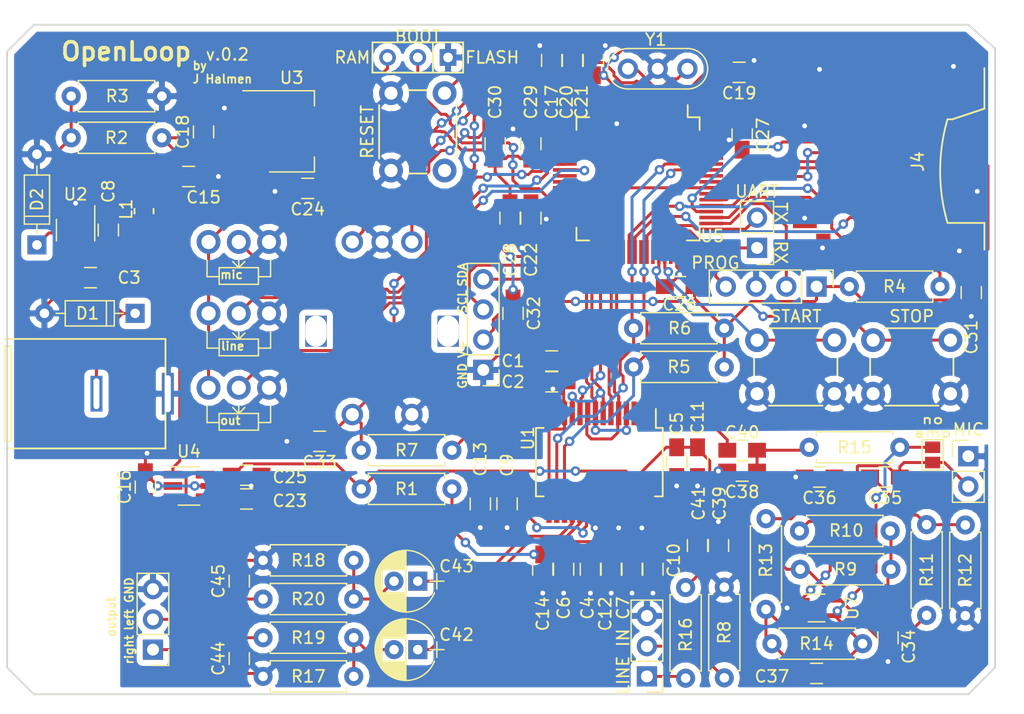
<source format=kicad_pcb>
(kicad_pcb (version 20170920) (host pcbnew "(2017-09-22 revision df472e642)-makepkg")
  (layers (0 F.Cu signal) (31 B.Cu signal) (34 B.Paste user) (35 F.Paste user) (36 B.SilkS user) (37 F.SilkS user) (38 B.Mask user) (39 F.Mask user) (44 Edge.Cuts user))
  (net 0 "")
  (net 1 GND)
  (net 2 AGND)
  (net 3 "Net-(C8-Pad1)")
  (net 4 /controller/I2S2_CK)
  (net 5 /controller/I2S2_MCK)
  (net 6 /controller/I2S2_SD)
  (net 7 /controller/I2S2_WS)
  (net 8 /controller/I2S2ext)
  (net 9 3.3V)
  (net 10 /controller/I2C1_SDA)
  (net 11 /controller/I2C1_SCL)
  (net 12 5V)
  (net 13 /controller/SDIO_D2)
  (net 14 /controller/SDIO_D3)
  (net 15 /controller/SDIO_CMD)
  (net 16 /controller/SDIO_CK)
  (net 17 /controller/SDIO_D0)
  (net 18 /controller/SDIO_D1)
  (net 19 /controller/SDdetect)
  (net 20 /controller/TIM2_CH1)
  (net 21 /controller/TIM2_CH2)
  (net 22 /controller/rot_but)
  (net 23 /controller/stomp_start)
  (net 24 /controller/stomp_stop)
  (net 25 /controller/ADC1_IN5)
  (net 26 /controller/ADC1_IN6)
  (net 27 /controller/ADC1_IN7)
  (net 28 BOOT)
  (net 29 /controller/DISP_SCL)
  (net 30 /controller/USART1_TX)
  (net 31 /controller/USART1_RX)
  (net 32 /controller/DISP_SDA)
  (net 33 "Net-(C3-Pad1)")
  (net 34 "Net-(C40-Pad1)")
  (net 35 "Net-(U1-Pad2)")
  (net 36 "Net-(U1-Pad3)")
  (net 37 "Net-(C43-Pad1)")
  (net 38 "Net-(C42-Pad1)")
  (net 39 "Net-(C13-Pad1)")
  (net 40 "Net-(C14-Pad1)")
  (net 41 "Net-(C12-Pad1)")
  (net 42 "Net-(C10-Pad1)")
  (net 43 "Net-(C41-Pad1)")
  (net 44 "Net-(C15-Pad1)")
  (net 45 "Net-(U5-Pad3)")
  (net 46 "Net-(U5-Pad4)")
  (net 47 "Net-(U5-Pad5)")
  (net 48 "Net-(U5-Pad6)")
  (net 49 "Net-(C17-Pad1)")
  (net 50 "Net-(U5-Pad8)")
  (net 51 "Net-(U5-Pad9)")
  (net 52 "Net-(U5-Pad11)")
  (net 53 "Net-(U5-Pad24)")
  (net 54 "Net-(U5-Pad25)")
  (net 55 "Net-(U5-Pad26)")
  (net 56 "Net-(U5-Pad27)")
  (net 57 "Net-(C22-Pad1)")
  (net 58 "Net-(U5-Pad38)")
  (net 59 "Net-(U5-Pad41)")
  (net 60 "Net-(J3-Pad4)")
  (net 61 "Net-(J3-Pad2)")
  (net 62 "Net-(U5-Pad56)")
  (net 63 "Net-(U5-Pad57)")
  (net 64 "Net-(U5-Pad61)")
  (net 65 "Net-(U5-Pad62)")
  (net 66 "Net-(C35-Pad1)")
  (net 67 "Net-(C37-Pad2)")
  (net 68 "Net-(C37-Pad1)")
  (net 69 "Net-(R2-Pad2)")
  (net 70 "Net-(C8-Pad2)")
  (net 71 "Net-(C23-Pad1)")
  (net 72 "Net-(J6-Pad1)")
  (net 73 "Net-(J6-Pad2)")
  (net 74 "Net-(C35-Pad2)")
  (net 75 "Net-(C34-Pad2)")
  (net 76 "Net-(C36-Pad1)")
  (net 77 "Net-(C38-Pad1)")
  (net 78 "Net-(C39-Pad1)")
  (net 79 "Net-(C43-Pad2)")
  (net 80 "Net-(C42-Pad2)")
  (net 81 /Codec/voutl)
  (net 82 /Codec/voutr)
  (net 83 "Net-(U5-Pad10)")
  (net 84 "Net-(U5-Pad2)")
  (net 85 "Net-(U5-Pad17)")
  (net 86 "Net-(U5-Pad20)")
  (module footprints:SD-503182_Molex_micro_SD_HandSolder (layer F.Cu) (at 126.25 42.25 270)
    (fp_text reference J4 (at 0 0.5 270) (layer F.SilkS))
    (fp_text value Micro_SD_Card_Det)
    (pad 9 smd rect (at 7.06 8.43 270) (size 2 1.2) (layers F.Cu F.Paste F.Mask) (net 1 GND))
    (pad 11 smd rect (at 4.84 9.98 270) (size 1.5 2) (layers F.Cu F.Paste F.Mask) (net 1 GND))
    (pad 11 smd rect (at -2.94 9.98 270) (size 1.5 2) (layers F.Cu F.Paste F.Mask) (net 1 GND))
    (pad 11 smd rect (at -7.67 8.76 270) (size 2 2.2) (layers F.Cu F.Paste F.Mask) (net 1 GND))
    (pad 11 smd rect (at -7.87 -2.57 270) (size 2 2.5) (layers F.Cu F.Paste F.Mask) (net 1 GND))
    (pad 11 smd rect (at 7.47 -2.72 270) (size 2 2.2) (layers F.Cu F.Paste F.Mask) (net 1 GND))
    (pad 10 smd rect (at 7.06 -0.57 270) (size 2 1.25) (layers F.Cu F.Paste F.Mask) (net 19 /controller/SDdetect))
    (pad 1 smd rect (at -3 -3.83 270) (size 0.8 2.5) (layers F.Cu F.Paste F.Mask) (net 13 /controller/SDIO_D2))
    (pad 2 smd rect (at -1.9 -3.83 270) (size 0.8 2.5) (layers F.Cu F.Paste F.Mask) (net 14 /controller/SDIO_D3))
    (pad 3 smd rect (at -0.8 -3.83 270) (size 0.8 2.5) (layers F.Cu F.Paste F.Mask) (net 15 /controller/SDIO_CMD))
    (pad 4 smd rect (at 0.3 -3.83 270) (size 0.8 2.5) (layers F.Cu F.Paste F.Mask) (net 9 3.3V))
    (pad 5 smd rect (at 1.4 -3.83 270) (size 0.8 2.5) (layers F.Cu F.Paste F.Mask) (net 16 /controller/SDIO_CK))
    (pad 6 smd rect (at 2.5 -3.83 270) (size 0.8 2.5) (layers F.Cu F.Paste F.Mask) (net 1 GND))
    (pad 7 smd rect (at 3.6 -3.83 270) (size 0.8 2.5) (layers F.Cu F.Paste F.Mask) (net 17 /controller/SDIO_D0))
    (pad 8 smd rect (at 4.7 -3.83 270) (size 0.8 2.5) (layers F.Cu F.Paste F.Mask) (net 18 /controller/SDIO_D1))
  )
  (module Capacitors_SMD:C_0805_HandSoldering (layer F.Cu) (at 68.75 84 270)
    (fp_text reference C44 (at 0 1.75 270) (layer F.SilkS))
    (fp_text value 4.7nF)
    (pad 1 smd rect (at -1.25 0 270) (size 1.5 1.25) (layers F.Cu F.Paste F.Mask) (net 82 /Codec/voutr))
    (pad 2 smd rect (at 1.25 0 270) (size 1.5 1.25) (layers F.Cu F.Paste F.Mask) (net 2 AGND))
  )
  (module Capacitors_SMD:C_0805_HandSoldering (layer F.Cu) (at 68.75 77.5 90)
    (fp_text reference C45 (at 0 -1.75 90) (layer F.SilkS))
    (fp_text value 4.7nF)
    (pad 1 smd rect (at -1.25 0 90) (size 1.5 1.25) (layers F.Cu F.Paste F.Mask) (net 81 /Codec/voutl))
    (pad 2 smd rect (at 1.25 0 90) (size 1.5 1.25) (layers F.Cu F.Paste F.Mask) (net 2 AGND))
  )
  (module footprints:PJ-037A (layer F.Cu) (at 59.75 61.75 180)
    (fp_text reference CON1 hide)
    (fp_text value BARREL_JACK)
    (pad 2 thru_hole rect (at 3 0 180) (size 1 3) (drill oval 0.5 2.6) (layers *.Cu *.Mask) (net 33 "Net-(C3-Pad1)"))
    (pad 1 thru_hole rect (at -3 0 180) (size 1 3.5) (drill oval 0.5 3.1) (layers *.Cu *.Mask) (net 1 GND))
  )
  (module footprints:netconnector (layer F.Cu) (at 66.25 69.5)
    (fp_text reference J1 hide)
    (fp_text value JMP)
    (fp_line (start 0.4 0.1) (end -0.4 0.1) (layer F.Cu) (width 0.3048))
    (fp_line (start 0.4 -0.1) (end -0.4 -0.1) (layer F.Cu) (width 0.3048))
    (pad 1 smd rect (at -0.5 0) (size 0.5 0.5) (layers F.Cu) (net 1 GND))
    (pad 2 smd rect (at 0.5 0) (size 0.5 0.5) (layers F.Cu) (net 2 AGND))
  )
  (module Buttons_Switches_THT:SW_PUSH_6mm (layer F.Cu) (at 81.5 43 90)
    (fp_text reference SW1 hide)
    (fp_text value reset)
    (pad ~ thru_hole circle (at 0 4.5 180) (size 2 2) (drill 1.1) (layers *.Cu *.Mask))
    (pad 1 thru_hole circle (at 0 0 180) (size 2 2) (drill 1.1) (layers *.Cu *.Mask) (net 1 GND))
    (pad 2 thru_hole circle (at 6.5 4.5 180) (size 2 2) (drill 1.1) (layers *.Cu *.Mask) (net 49 "Net-(C17-Pad1)"))
    (pad 1 thru_hole circle (at 6.5 0 180) (size 2 2) (drill 1.1) (layers *.Cu *.Mask) (net 1 GND))
  )
  (module footprints:SOT-353_SC-70-5_Handsoldering (layer F.Cu) (at 117.25 79.75)
    (fp_text reference U7 (at 3 0 90) (layer F.SilkS))
    (fp_text value MAX4466)
    (pad 1 smd rect (at -1.33 -0.65) (size 1.5 0.4) (layers F.Cu F.Paste F.Mask) (net 66 "Net-(C35-Pad1)"))
    (pad 2 smd rect (at -1.33 0) (size 1.5 0.4) (layers F.Cu F.Paste F.Mask) (net 2 AGND))
    (pad 3 smd rect (at -1.33 0.65) (size 1.5 0.4) (layers F.Cu F.Paste F.Mask) (net 67 "Net-(C37-Pad2)"))
    (pad 4 smd rect (at 1.33 0.65) (size 1.5 0.4) (layers F.Cu F.Paste F.Mask) (net 68 "Net-(C37-Pad1)"))
    (pad 5 smd rect (at 1.33 -0.65) (size 1.5 0.4) (layers F.Cu F.Paste F.Mask) (net 12 5V))
  )
  (module Buttons_Switches_THT:SW_Micro_SPST (layer F.Cu) (at 83.75 33.5 180)
    (fp_text reference SW2 hide)
    (fp_text value RAM~FLASH)
    (pad 1 thru_hole rect (at -2.54 0 180) (size 1.397 1.397) (drill 0.8128) (layers *.Cu *.Mask) (net 1 GND))
    (pad 2 thru_hole circle (at 0 0 180) (size 1.397 1.397) (drill 0.8128) (layers *.Cu *.Mask) (net 28 BOOT))
    (pad 3 thru_hole circle (at 2.54 0 180) (size 1.397 1.397) (drill 0.8128) (layers *.Cu *.Mask) (net 9 3.3V))
  )
  (module Buttons_Switches_THT:SW_PUSH_6mm (layer F.Cu) (at 122 57.25)
    (fp_text reference SW4 hide)
    (fp_text value stop)
    (pad 1 thru_hole circle (at 6.5 0 90) (size 2 2) (drill 1.1) (layers *.Cu *.Mask) (net 24 /controller/stomp_stop))
    (pad 2 thru_hole circle (at 6.5 4.5 90) (size 2 2) (drill 1.1) (layers *.Cu *.Mask) (net 1 GND))
    (pad 1 thru_hole circle (at 0 0 90) (size 2 2) (drill 1.1) (layers *.Cu *.Mask) (net 24 /controller/stomp_stop))
    (pad 2 thru_hole circle (at 0 4.5 90) (size 2 2) (drill 1.1) (layers *.Cu *.Mask) (net 1 GND))
  )
  (module Buttons_Switches_THT:SW_PUSH_6mm (layer F.Cu) (at 112.25 57.25)
    (fp_text reference SW3 hide)
    (fp_text value start)
    (pad 2 thru_hole circle (at 0 4.5 90) (size 2 2) (drill 1.1) (layers *.Cu *.Mask) (net 1 GND))
    (pad 1 thru_hole circle (at 0 0 90) (size 2 2) (drill 1.1) (layers *.Cu *.Mask) (net 23 /controller/stomp_start))
    (pad 2 thru_hole circle (at 6.5 4.5 90) (size 2 2) (drill 1.1) (layers *.Cu *.Mask) (net 1 GND))
    (pad 1 thru_hole circle (at 6.5 0 90) (size 2 2) (drill 1.1) (layers *.Cu *.Mask) (net 23 /controller/stomp_start))
  )
  (module Capacitors_SMD:C_0805_HandSoldering (layer F.Cu) (at 93.25 47 270)
    (fp_text reference C22 (at 3.5 0 270) (layer F.SilkS))
    (fp_text value 4.7uF)
    (pad 1 smd rect (at -1.25 0 270) (size 1.5 1.25) (layers F.Cu F.Paste F.Mask) (net 57 "Net-(C22-Pad1)"))
    (pad 2 smd rect (at 1.25 0 270) (size 1.5 1.25) (layers F.Cu F.Paste F.Mask) (net 1 GND))
  )
  (module Capacitors_SMD:C_0805_HandSoldering (layer F.Cu) (at 100 76.5 270)
    (fp_text reference C12 (at 3.75 0.5 270) (layer F.SilkS))
    (fp_text value 10uF)
    (pad 1 smd rect (at -1.25 0 270) (size 1.5 1.25) (layers F.Cu F.Paste F.Mask) (net 41 "Net-(C12-Pad1)"))
    (pad 2 smd rect (at 1.25 0 270) (size 1.5 1.25) (layers F.Cu F.Paste F.Mask) (net 2 AGND))
  )
  (module Capacitors_SMD:C_0805_HandSoldering (layer F.Cu) (at 89 71 270)
    (fp_text reference C13 (at -3.75 0 270) (layer F.SilkS))
    (fp_text value 10uF)
    (pad 2 smd rect (at 1.25 0 270) (size 1.5 1.25) (layers F.Cu F.Paste F.Mask) (net 2 AGND))
    (pad 1 smd rect (at -1.25 0 270) (size 1.5 1.25) (layers F.Cu F.Paste F.Mask) (net 39 "Net-(C13-Pad1)"))
  )
  (module Capacitors_SMD:C_0805_HandSoldering (layer F.Cu) (at 94.25 76.5 270)
    (fp_text reference C14 (at 3.75 0 270) (layer F.SilkS))
    (fp_text value 10uF)
    (pad 1 smd rect (at -1.25 0 270) (size 1.5 1.25) (layers F.Cu F.Paste F.Mask) (net 40 "Net-(C14-Pad1)"))
    (pad 2 smd rect (at 1.25 0 270) (size 1.5 1.25) (layers F.Cu F.Paste F.Mask) (net 2 AGND))
  )
  (module Capacitors_SMD:C_0805_HandSoldering (layer F.Cu) (at 64.5 43.5)
    (fp_text reference C15 (at 1.25 1.75) (layer F.SilkS))
    (fp_text value 22uF)
    (pad 2 smd rect (at 1.25 0) (size 1.5 1.25) (layers F.Cu F.Paste F.Mask) (net 1 GND))
    (pad 1 smd rect (at -1.25 0) (size 1.5 1.25) (layers F.Cu F.Paste F.Mask) (net 44 "Net-(C15-Pad1)"))
  )
  (module Capacitors_SMD:C_0805_HandSoldering (layer F.Cu) (at 60.863967 69.592981 90)
    (fp_text reference C16 (at 0 -1.75 90) (layer F.SilkS))
    (fp_text value 1uF)
    (pad 1 smd rect (at -1.25 0 90) (size 1.5 1.25) (layers F.Cu F.Paste F.Mask) (net 44 "Net-(C15-Pad1)"))
    (pad 2 smd rect (at 1.25 0 90) (size 1.5 1.25) (layers F.Cu F.Paste F.Mask) (net 1 GND))
  )
  (module Capacitors_SMD:C_0805_HandSoldering (layer F.Cu) (at 95 33.75 90)
    (fp_text reference C17 (at -3.5 0 90) (layer F.SilkS))
    (fp_text value 100nF)
    (pad 2 smd rect (at 1.25 0 90) (size 1.5 1.25) (layers F.Cu F.Paste F.Mask) (net 1 GND))
    (pad 1 smd rect (at -1.25 0 90) (size 1.5 1.25) (layers F.Cu F.Paste F.Mask) (net 49 "Net-(C17-Pad1)"))
  )
  (module Capacitors_SMD:C_0805_HandSoldering (layer F.Cu) (at 65.75 39.75 90)
    (fp_text reference C18 (at 0 -1.75 90) (layer F.SilkS))
    (fp_text value 10uF)
    (pad 1 smd rect (at -1.25 0 90) (size 1.5 1.25) (layers F.Cu F.Paste F.Mask) (net 44 "Net-(C15-Pad1)"))
    (pad 2 smd rect (at 1.25 0 90) (size 1.5 1.25) (layers F.Cu F.Paste F.Mask) (net 1 GND))
  )
  (module Capacitors_SMD:C_0805_HandSoldering (layer F.Cu) (at 110.75 34.75)
    (fp_text reference C19 (at 0 1.75) (layer F.SilkS))
    (fp_text value 100nF)
    (pad 2 smd rect (at 1.25 0) (size 1.5 1.25) (layers F.Cu F.Paste F.Mask) (net 1 GND))
    (pad 1 smd rect (at -1.25 0) (size 1.5 1.25) (layers F.Cu F.Paste F.Mask) (net 9 3.3V))
  )
  (module Capacitors_SMD:C_0805_HandSoldering (layer F.Cu) (at 98.5 33.75 90)
    (fp_text reference C21 (at -3.5 -1 90) (layer F.SilkS))
    (fp_text value 100nF)
    (pad 1 smd rect (at -1.25 0 90) (size 1.5 1.25) (layers F.Cu F.Paste F.Mask) (net 9 3.3V))
    (pad 2 smd rect (at 1.25 0 90) (size 1.5 1.25) (layers F.Cu F.Paste F.Mask) (net 1 GND))
  )
  (module Capacitors_SMD:C_0805_HandSoldering (layer F.Cu) (at 69.363967 70.592981)
    (fp_text reference C23 (at 3.636033 0.157019) (layer F.SilkS))
    (fp_text value 470pF)
    (pad 2 smd rect (at 1.25 0) (size 1.5 1.25) (layers F.Cu F.Paste F.Mask) (net 2 AGND))
    (pad 1 smd rect (at -1.25 0) (size 1.5 1.25) (layers F.Cu F.Paste F.Mask) (net 71 "Net-(C23-Pad1)"))
  )
  (module Capacitors_SMD:C_0805_HandSoldering (layer F.Cu) (at 74.5 44.5 180)
    (fp_text reference C24 (at 0 -1.75 180) (layer F.SilkS))
    (fp_text value 22uF)
    (pad 1 smd rect (at -1.25 0 180) (size 1.5 1.25) (layers F.Cu F.Paste F.Mask) (net 9 3.3V))
    (pad 2 smd rect (at 1.25 0 180) (size 1.5 1.25) (layers F.Cu F.Paste F.Mask) (net 1 GND))
  )
  (module Capacitors_SMD:C_0805_HandSoldering (layer F.Cu) (at 69.363967 68.592981)
    (fp_text reference C25 (at 3.636033 0.157019) (layer F.SilkS))
    (fp_text value 1uF)
    (pad 2 smd rect (at 1.25 0) (size 1.5 1.25) (layers F.Cu F.Paste F.Mask) (net 2 AGND))
    (pad 1 smd rect (at -1.25 0) (size 1.5 1.25) (layers F.Cu F.Paste F.Mask) (net 12 5V))
  )
  (module Capacitors_SMD:C_0805_HandSoldering (layer F.Cu) (at 105.75 52.75 180)
    (fp_text reference C26 (at 0 -1.5 180) (layer F.SilkS))
    (fp_text value 100nF)
    (pad 1 smd rect (at -1.25 0 180) (size 1.5 1.25) (layers F.Cu F.Paste F.Mask) (net 9 3.3V))
    (pad 2 smd rect (at 1.25 0 180) (size 1.5 1.25) (layers F.Cu F.Paste F.Mask) (net 1 GND))
  )
  (module Capacitors_SMD:C_0805_HandSoldering (layer F.Cu) (at 111 40 270)
    (fp_text reference C27 (at 0 -1.75 270) (layer F.SilkS))
    (fp_text value 100nF)
    (pad 2 smd rect (at 1.25 0 270) (size 1.5 1.25) (layers F.Cu F.Paste F.Mask) (net 1 GND))
    (pad 1 smd rect (at -1.25 0 270) (size 1.5 1.25) (layers F.Cu F.Paste F.Mask) (net 9 3.3V))
  )
  (module Capacitors_SMD:C_0805_HandSoldering (layer F.Cu) (at 91.5 47 270)
    (fp_text reference C28 (at 3.5 0 270) (layer F.SilkS))
    (fp_text value 100nF)
    (pad 1 smd rect (at -1.25 0 270) (size 1.5 1.25) (layers F.Cu F.Paste F.Mask) (net 9 3.3V))
    (pad 2 smd rect (at 1.25 0 270) (size 1.5 1.25) (layers F.Cu F.Paste F.Mask) (net 1 GND))
  )
  (module Capacitors_SMD:C_0805_HandSoldering (layer F.Cu) (at 93.25 40.75 90)
    (fp_text reference C29 (at 3.5 0 90) (layer F.SilkS))
    (fp_text value 100nF)
    (pad 2 smd rect (at 1.25 0 90) (size 1.5 1.25) (layers F.Cu F.Paste F.Mask) (net 1 GND))
    (pad 1 smd rect (at -1.25 0 90) (size 1.5 1.25) (layers F.Cu F.Paste F.Mask) (net 9 3.3V))
  )
  (module Capacitors_SMD:C_0805_HandSoldering (layer F.Cu) (at 90.25 40.75 90)
    (fp_text reference C30 (at 3.5 0 90) (layer F.SilkS))
    (fp_text value 4.7uF)
    (pad 1 smd rect (at -1.25 0 90) (size 1.5 1.25) (layers F.Cu F.Paste F.Mask) (net 9 3.3V))
    (pad 2 smd rect (at 1.25 0 90) (size 1.5 1.25) (layers F.Cu F.Paste F.Mask) (net 1 GND))
  )
  (module Capacitors_SMD:C_0805_HandSoldering (layer F.Cu) (at 130.25 53.25 90)
    (fp_text reference C31 (at -3.75 0 90) (layer F.SilkS))
    (fp_text value 4.7uF)
    (pad 2 smd rect (at 1.25 0 90) (size 1.5 1.25) (layers F.Cu F.Paste F.Mask) (net 9 3.3V))
    (pad 1 smd rect (at -1.25 0 90) (size 1.5 1.25) (layers F.Cu F.Paste F.Mask) (net 1 GND))
  )
  (module Capacitors_SMD:C_0805_HandSoldering (layer F.Cu) (at 91.75 55 90)
    (fp_text reference C32 (at 0 1.75 90) (layer F.SilkS))
    (fp_text value 10uF)
    (pad 1 smd rect (at -1.25 0 90) (size 1.5 1.25) (layers F.Cu F.Paste F.Mask) (net 1 GND))
    (pad 2 smd rect (at 1.25 0 90) (size 1.5 1.25) (layers F.Cu F.Paste F.Mask) (net 9 3.3V))
  )
  (module Capacitors_SMD:C_0805_HandSoldering (layer F.Cu) (at 75.5 65.75 180)
    (fp_text reference C33 (at 0 -1.75 180) (layer F.SilkS))
    (fp_text value 100nF)
    (pad 2 smd rect (at 1.25 0 180) (size 1.5 1.25) (layers F.Cu F.Paste F.Mask) (net 1 GND))
    (pad 1 smd rect (at -1.25 0 180) (size 1.5 1.25) (layers F.Cu F.Paste F.Mask) (net 22 /controller/rot_but))
  )
  (module Capacitors_SMD:C_0805_HandSoldering (layer F.Cu) (at 123.25 82.25 90)
    (fp_text reference C34 (at -0.75 1.75 90) (layer F.SilkS))
    (fp_text value 100nF)
    (pad 1 smd rect (at -1.25 0 90) (size 1.5 1.25) (layers F.Cu F.Paste F.Mask) (net 2 AGND))
    (pad 2 smd rect (at 1.25 0 90) (size 1.5 1.25) (layers F.Cu F.Paste F.Mask) (net 75 "Net-(C34-Pad2)"))
  )
  (module Capacitors_SMD:C_0805_HandSoldering (layer F.Cu) (at 123 68.75)
    (fp_text reference C35 (at 0 1.75) (layer F.SilkS))
    (fp_text value 10nF)
    (pad 2 smd rect (at 1.25 0) (size 1.5 1.25) (layers F.Cu F.Paste F.Mask) (net 74 "Net-(C35-Pad2)"))
    (pad 1 smd rect (at -1.25 0) (size 1.5 1.25) (layers F.Cu F.Paste F.Mask) (net 66 "Net-(C35-Pad1)"))
  )
  (module Capacitors_SMD:C_0805_HandSoldering (layer F.Cu) (at 117.5 68.75 180)
    (fp_text reference C36 (at 0 -1.75 180) (layer F.SilkS))
    (fp_text value 1uF)
    (pad 1 smd rect (at -1.25 0 180) (size 1.5 1.25) (layers F.Cu F.Paste F.Mask) (net 76 "Net-(C36-Pad1)"))
    (pad 2 smd rect (at 1.25 0 180) (size 1.5 1.25) (layers F.Cu F.Paste F.Mask) (net 2 AGND))
  )
  (module Capacitors_SMD:C_0805_HandSoldering (layer F.Cu) (at 117.25 85.25 180)
    (fp_text reference C37 (at 3.75 -0.25 180) (layer F.SilkS))
    (fp_text value 100pF)
    (pad 2 smd rect (at 1.25 0 180) (size 1.5 1.25) (layers F.Cu F.Paste F.Mask) (net 67 "Net-(C37-Pad2)"))
    (pad 1 smd rect (at -1.25 0 180) (size 1.5 1.25) (layers F.Cu F.Paste F.Mask) (net 68 "Net-(C37-Pad1)"))
  )
  (module Capacitors_SMD:C_0805_HandSoldering (layer F.Cu) (at 111 68.25 180)
    (fp_text reference C38 (at 0 -1.75 180) (layer F.SilkS))
    (fp_text value 4.7nF)
    (pad 1 smd rect (at -1.25 0 180) (size 1.5 1.25) (layers F.Cu F.Paste F.Mask) (net 77 "Net-(C38-Pad1)"))
    (pad 2 smd rect (at 1.25 0 180) (size 1.5 1.25) (layers F.Cu F.Paste F.Mask) (net 2 AGND))
  )
  (module Capacitors_SMD:C_0805_HandSoldering (layer F.Cu) (at 109.01 74.5 90)
    (fp_text reference C39 (at 3.531372 0.08821 90) (layer F.SilkS))
    (fp_text value 4.7nF)
    (pad 2 smd rect (at 1.25 0 90) (size 1.5 1.25) (layers F.Cu F.Paste F.Mask) (net 2 AGND))
    (pad 1 smd rect (at -1.25 0 90) (size 1.5 1.25) (layers F.Cu F.Paste F.Mask) (net 78 "Net-(C39-Pad1)"))
  )
  (module Capacitors_SMD:C_0805_HandSoldering (layer F.Cu) (at 111 66.5)
    (fp_text reference C40 (at 0 -1.5) (layer F.SilkS))
    (fp_text value 10uF)
    (pad 1 smd rect (at -1.25 0) (size 1.5 1.25) (layers F.Cu F.Paste F.Mask) (net 34 "Net-(C40-Pad1)"))
    (pad 2 smd rect (at 1.25 0) (size 1.5 1.25) (layers F.Cu F.Paste F.Mask) (net 77 "Net-(C38-Pad1)"))
  )
  (module Capacitors_SMD:C_0805_HandSoldering (layer F.Cu) (at 96.75 33.75 90)
    (fp_text reference C20 (at -3.5 -0.5 90) (layer F.SilkS))
    (fp_text value 1uF)
    (pad 2 smd rect (at 1.25 0 90) (size 1.5 1.25) (layers F.Cu F.Paste F.Mask) (net 1 GND))
    (pad 1 smd rect (at -1.25 0 90) (size 1.5 1.25) (layers F.Cu F.Paste F.Mask) (net 9 3.3V))
  )
  (module Capacitors_SMD:C_0805_HandSoldering (layer F.Cu) (at 107.25 74.5 270)
    (fp_text reference C41 (at -3.531372 -0.08821 270) (layer F.SilkS))
    (fp_text value 10uF)
    (pad 1 smd rect (at -1.25 0 270) (size 1.5 1.25) (layers F.Cu F.Paste F.Mask) (net 43 "Net-(C41-Pad1)"))
    (pad 2 smd rect (at 1.25 0 270) (size 1.5 1.25) (layers F.Cu F.Paste F.Mask) (net 78 "Net-(C39-Pad1)"))
  )
  (module Capacitors_THT:CP_Radial_D5.0mm_P2.00mm (layer F.Cu) (at 83.75 83.25 180)
    (fp_text reference C42 (at -3.25 1.25 180) (layer F.SilkS))
    (fp_text value 10uF)
    (pad 2 thru_hole circle (at 2 0 180) (size 1.6 1.6) (drill 0.8) (layers *.Cu *.Mask) (net 80 "Net-(C42-Pad2)"))
    (pad 1 thru_hole rect (at 0 0 180) (size 1.6 1.6) (drill 0.8) (layers *.Cu *.Mask) (net 38 "Net-(C42-Pad1)"))
  )
  (module Capacitors_THT:CP_Radial_D5.0mm_P2.00mm (layer F.Cu) (at 83.75 77.5 180)
    (fp_text reference C43 (at -3.25 1.25 180) (layer F.SilkS))
    (fp_text value 10uF)
    (pad 1 thru_hole rect (at 0 0 180) (size 1.6 1.6) (drill 0.8) (layers *.Cu *.Mask) (net 37 "Net-(C43-Pad1)"))
    (pad 2 thru_hole circle (at 2 0 180) (size 1.6 1.6) (drill 0.8) (layers *.Cu *.Mask) (net 79 "Net-(C43-Pad2)"))
  )
  (module Connectors:GS2 (layer F.Cu) (at 127 66.89)
    (fp_text reference J7 hide)
    (fp_text value line/~mic)
    (pad 1 smd rect (at 0 -0.64) (size 1.27 0.97) (layers F.Cu F.Paste F.Mask) (net 68 "Net-(C37-Pad1)"))
    (pad 2 smd rect (at 0 0.64) (size 1.27 0.97) (layers F.Cu F.Paste F.Mask) (net 74 "Net-(C35-Pad2)"))
  )
  (module Diodes_THT:D_DO-35_SOD27_P7.62mm_Horizontal (layer F.Cu) (at 60 55 180)
    (fp_text reference D1 (at 4 0 180) (layer F.SilkS))
    (fp_text value D_Small_ALT)
    (pad 2 thru_hole oval (at 7.62 0 180) (size 1.6 1.6) (drill 0.8) (layers *.Cu *.Mask) (net 1 GND))
    (pad 1 thru_hole rect (at 0 0 180) (size 1.6 1.6) (drill 0.8) (layers *.Cu *.Mask) (net 33 "Net-(C3-Pad1)"))
  )
  (module Diodes_THT:D_DO-35_SOD27_P7.62mm_Horizontal (layer F.Cu) (at 51.75 49.25 90)
    (fp_text reference D2 (at 3.81 0 90) (layer F.SilkS))
    (fp_text value D_Schottky_Small_ALT)
    (pad 1 thru_hole rect (at 0 0 90) (size 1.6 1.6) (drill 0.8) (layers *.Cu *.Mask) (net 70 "Net-(C8-Pad2)"))
    (pad 2 thru_hole oval (at 7.62 0 90) (size 1.6 1.6) (drill 0.8) (layers *.Cu *.Mask) (net 1 GND))
  )
  (module Pin_Headers:Pin_Header_Straight_1x02_Pitch2.54mm (layer F.Cu) (at 112.25 49.5 180)
    (fp_text reference J2 hide)
    (fp_text value UART)
    (pad 1 thru_hole rect (at 0 0 180) (size 1.7 1.7) (drill 1) (layers *.Cu *.Mask) (net 31 /controller/USART1_RX))
    (pad 2 thru_hole oval (at 0 2.54 180) (size 1.7 1.7) (drill 1) (layers *.Cu *.Mask) (net 30 /controller/USART1_TX))
  )
  (module Pin_Headers:Pin_Header_Straight_1x04_Pitch2.54mm (layer F.Cu) (at 117.25 52.75 270)
    (fp_text reference J3 hide)
    (fp_text value "programming header")
    (pad 1 thru_hole rect (at 0 0 270) (size 1.7 1.7) (drill 1) (layers *.Cu *.Mask) (net 9 3.3V))
    (pad 2 thru_hole oval (at 0 2.54 270) (size 1.7 1.7) (drill 1) (layers *.Cu *.Mask) (net 61 "Net-(J3-Pad2)"))
    (pad 3 thru_hole oval (at 0 5.08 270) (size 1.7 1.7) (drill 1) (layers *.Cu *.Mask) (net 1 GND))
    (pad 4 thru_hole oval (at 0 7.62 270) (size 1.7 1.7) (drill 1) (layers *.Cu *.Mask) (net 60 "Net-(J3-Pad4)"))
  )
  (module Resistors_THT:R_Axial_DIN0207_L6.3mm_D2.5mm_P7.62mm_Horizontal (layer F.Cu) (at 70.75 85.5)
    (fp_text reference R17 (at 3.81 0) (layer F.SilkS))
    (fp_text value 560)
    (pad 2 thru_hole oval (at 7.62 0) (size 1.6 1.6) (drill 0.8) (layers *.Cu *.Mask) (net 80 "Net-(C42-Pad2)"))
    (pad 1 thru_hole circle (at 0 0) (size 1.6 1.6) (drill 0.8) (layers *.Cu *.Mask) (net 2 AGND))
  )
  (module Resistors_THT:R_Axial_DIN0207_L6.3mm_D2.5mm_P7.62mm_Horizontal (layer F.Cu) (at 70.75 79)
    (fp_text reference R20 (at 3.81 0) (layer F.SilkS))
    (fp_text value 560)
    (pad 1 thru_hole circle (at 0 0) (size 1.6 1.6) (drill 0.8) (layers *.Cu *.Mask) (net 81 /Codec/voutl))
    (pad 2 thru_hole oval (at 7.62 0) (size 1.6 1.6) (drill 0.8) (layers *.Cu *.Mask) (net 79 "Net-(C43-Pad2)"))
  )
  (module Resistors_THT:R_Axial_DIN0207_L6.3mm_D2.5mm_P7.62mm_Horizontal (layer F.Cu) (at 70.75 82.25)
    (fp_text reference R19 (at 3.81 0) (layer F.SilkS))
    (fp_text value 560)
    (pad 2 thru_hole oval (at 7.62 0) (size 1.6 1.6) (drill 0.8) (layers *.Cu *.Mask) (net 80 "Net-(C42-Pad2)"))
    (pad 1 thru_hole circle (at 0 0) (size 1.6 1.6) (drill 0.8) (layers *.Cu *.Mask) (net 82 /Codec/voutr))
  )
  (module Resistors_THT:R_Axial_DIN0207_L6.3mm_D2.5mm_P7.62mm_Horizontal (layer F.Cu) (at 70.75 75.75)
    (fp_text reference R18 (at 3.81 0) (layer F.SilkS))
    (fp_text value 560)
    (pad 2 thru_hole oval (at 7.62 0) (size 1.6 1.6) (drill 0.8) (layers *.Cu *.Mask) (net 79 "Net-(C43-Pad2)"))
    (pad 1 thru_hole circle (at 0 0) (size 1.6 1.6) (drill 0.8) (layers *.Cu *.Mask) (net 2 AGND))
  )
  (module Resistors_THT:R_Axial_DIN0207_L6.3mm_D2.5mm_P7.62mm_Horizontal (layer F.Cu) (at 106.25 85.65 90)
    (fp_text reference R16 (at 3.65 0 90) (layer F.SilkS))
    (fp_text value 680)
    (pad 1 thru_hole circle (at 0 0 90) (size 1.6 1.6) (drill 0.8) (layers *.Cu *.Mask) (net 72 "Net-(J6-Pad1)"))
    (pad 2 thru_hole oval (at 7.62 0 90) (size 1.6 1.6) (drill 0.8) (layers *.Cu *.Mask) (net 78 "Net-(C39-Pad1)"))
  )
  (module Resistors_THT:R_Axial_DIN0207_L6.3mm_D2.5mm_P7.62mm_Horizontal (layer F.Cu) (at 124.25 66.25 180)
    (fp_text reference R15 (at 3.81 0 180) (layer F.SilkS))
    (fp_text value 680)
    (pad 2 thru_hole oval (at 7.62 0 180) (size 1.6 1.6) (drill 0.8) (layers *.Cu *.Mask) (net 77 "Net-(C38-Pad1)"))
    (pad 1 thru_hole circle (at 0 0 180) (size 1.6 1.6) (drill 0.8) (layers *.Cu *.Mask) (net 68 "Net-(C37-Pad1)"))
  )
  (module Resistors_THT:R_Axial_DIN0207_L6.3mm_D2.5mm_P7.62mm_Horizontal (layer F.Cu) (at 113.5 82.75)
    (fp_text reference R14 (at 3.75 0) (layer F.SilkS))
    (fp_text value 100k)
    (pad 1 thru_hole circle (at 0 0) (size 1.6 1.6) (drill 0.8) (layers *.Cu *.Mask) (net 67 "Net-(C37-Pad2)"))
    (pad 2 thru_hole oval (at 7.62 0) (size 1.6 1.6) (drill 0.8) (layers *.Cu *.Mask) (net 68 "Net-(C37-Pad1)"))
  )
  (module Resistors_Universal:Resistor_SMDuniversal_0805to1206_HandSoldering (layer F.Cu) (at 60.75 46.413 90)
    (fp_text reference L1 (at 0.163 -1.5 90) (layer F.SilkS))
    (fp_text value 4.7uH)
    (pad 1 smd trapezoid (at -2.413 0 90) (size 3.50012 1.99898) (rect_delta 0.39878 0) (layers F.Cu F.Paste F.Mask) (net 70 "Net-(C8-Pad2)"))
    (pad 2 smd trapezoid (at 2.413 0 270) (size 3.50012 1.99898) (rect_delta 0.39878 0) (layers F.Cu F.Paste F.Mask) (net 44 "Net-(C15-Pad1)"))
  )
  (module Socket_Strips:Socket_Strip_Straight_1x02_Pitch2.54mm (layer F.Cu) (at 130 67)
    (fp_text reference J5 hide)
    (fp_text value "electret mic")
    (pad 2 thru_hole oval (at 0 2.54) (size 1.7 1.7) (drill 1) (layers *.Cu *.Mask) (net 74 "Net-(C35-Pad2)"))
    (pad 1 thru_hole rect (at 0 0) (size 1.7 1.7) (drill 1) (layers *.Cu *.Mask) (net 2 AGND))
  )
  (module Socket_Strips:Socket_Strip_Straight_1x03_Pitch2.54mm (layer F.Cu) (at 61.5 83.25 180)
    (fp_text reference J8 hide)
    (fp_text value stereo_out)
    (pad 3 thru_hole oval (at 0 5.08 180) (size 1.7 1.7) (drill 1) (layers *.Cu *.Mask) (net 2 AGND))
    (pad 2 thru_hole oval (at 0 2.54 180) (size 1.7 1.7) (drill 1) (layers *.Cu *.Mask) (net 81 /Codec/voutl))
    (pad 1 thru_hole rect (at 0 0 180) (size 1.7 1.7) (drill 1) (layers *.Cu *.Mask) (net 82 /Codec/voutr))
  )
  (module Socket_Strips:Socket_Strip_Straight_1x03_Pitch2.54mm (layer F.Cu) (at 103 85.5 180)
    (fp_text reference J6 hide)
    (fp_text value "line in")
    (pad 1 thru_hole rect (at 0 0 180) (size 1.7 1.7) (drill 1) (layers *.Cu *.Mask) (net 72 "Net-(J6-Pad1)"))
    (pad 2 thru_hole oval (at 0 2.54 180) (size 1.7 1.7) (drill 1) (layers *.Cu *.Mask) (net 73 "Net-(J6-Pad2)"))
    (pad 3 thru_hole oval (at 0 5.08 180) (size 1.7 1.7) (drill 1) (layers *.Cu *.Mask) (net 2 AGND))
  )
  (module Socket_Strips:Socket_Strip_Straight_1x04_Pitch2.54mm (layer F.Cu) (at 89.25 59.75 180)
    (fp_text reference U6 hide)
    (fp_text value lcd)
    (pad 1 thru_hole rect (at 0 0 180) (size 1.7 1.7) (drill 1) (layers *.Cu *.Mask) (net 1 GND))
    (pad 2 thru_hole oval (at 0 2.54 180) (size 1.7 1.7) (drill 1) (layers *.Cu *.Mask) (net 9 3.3V))
    (pad 3 thru_hole oval (at 0 5.08 180) (size 1.7 1.7) (drill 1) (layers *.Cu *.Mask) (net 29 /controller/DISP_SCL))
    (pad 4 thru_hole oval (at 0 7.62 180) (size 1.7 1.7) (drill 1) (layers *.Cu *.Mask) (net 32 /controller/DISP_SDA))
  )
  (module TO_SOT_Packages_SMD:SOT-23-5_HandSoldering (layer F.Cu) (at 64.524681 69.500481)
    (fp_text reference U4 (at 0 -2.9) (layer F.SilkS))
    (fp_text value TC1185)
    (pad 1 smd rect (at -1.35 -0.95) (size 1.56 0.65) (layers F.Cu F.Paste F.Mask) (net 44 "Net-(C15-Pad1)"))
    (pad 2 smd rect (at -1.35 0) (size 1.56 0.65) (layers F.Cu F.Paste F.Mask) (net 1 GND))
    (pad 3 smd rect (at -1.35 0.95) (size 1.56 0.65) (layers F.Cu F.Paste F.Mask) (net 44 "Net-(C15-Pad1)"))
    (pad 4 smd rect (at 1.35 0.95) (size 1.56 0.65) (layers F.Cu F.Paste F.Mask) (net 71 "Net-(C23-Pad1)"))
    (pad 5 smd rect (at 1.35 -0.95) (size 1.56 0.65) (layers F.Cu F.Paste F.Mask) (net 12 5V))
  )
  (module TO_SOT_Packages_SMD:SOT-23-6_Handsoldering (layer F.Cu) (at 55 48 270)
    (fp_text reference U2 (at -3 0 180) (layer F.SilkS))
    (fp_text value AP3211)
    (pad 1 smd rect (at -1.35 -0.95 270) (size 1.56 0.65) (layers F.Cu F.Paste F.Mask) (net 3 "Net-(C8-Pad1)"))
    (pad 2 smd rect (at -1.35 0 270) (size 1.56 0.65) (layers F.Cu F.Paste F.Mask) (net 1 GND))
    (pad 3 smd rect (at -1.35 0.95 270) (size 1.56 0.65) (layers F.Cu F.Paste F.Mask) (net 69 "Net-(R2-Pad2)"))
    (pad 4 smd rect (at 1.35 0.95 270) (size 1.56 0.65) (layers F.Cu F.Paste F.Mask) (net 33 "Net-(C3-Pad1)"))
    (pad 6 smd rect (at 1.35 -0.95 270) (size 1.56 0.65) (layers F.Cu F.Paste F.Mask) (net 70 "Net-(C8-Pad2)"))
    (pad 5 smd rect (at 1.35 0 270) (size 1.56 0.65) (layers F.Cu F.Paste F.Mask) (net 33 "Net-(C3-Pad1)"))
  )
  (module footprints:EN11-HSM (layer F.Cu) (at 80.75 56.5 180)
    (fp_text reference SW5 hide)
    (fp_text value Rotary_Encoder_Switch)
    (pad "" np_thru_hole rect (at -5.55 0 180) (size 1.8 2.6) (drill oval 1.8 2.6) (layers *.Cu *.Mask))
    (pad "" np_thru_hole rect (at 5.55 0 180) (size 1.8 2.6) (drill oval 1.8 2.6) (layers *.Cu *.Mask))
    (pad 2 thru_hole circle (at 0 7.5 180) (size 1.8 1.8) (drill 1.1) (layers *.Cu *.Mask) (net 1 GND))
    (pad 1 thru_hole circle (at -2.5 7.5 180) (size 1.8 1.8) (drill 1.1) (layers *.Cu *.Mask) (net 21 /controller/TIM2_CH2))
    (pad 3 thru_hole circle (at 2.5 7.5 180) (size 1.8 1.8) (drill 1.1) (layers *.Cu *.Mask) (net 20 /controller/TIM2_CH1))
    (pad 4 thru_hole circle (at 2.5 -7 180) (size 1.8 1.8) (drill 1.1) (layers *.Cu *.Mask) (net 22 /controller/rot_but))
    (pad 5 thru_hole circle (at -2.5 -7 180) (size 1.8 1.8) (drill 1.1) (layers *.Cu *.Mask) (net 1 GND))
  )
  (module footprints:LQFP-64_10x10mm_Pitch0.5mm_HandSolder (layer F.Cu) (at 102.252114 43.698484 270)
    (fp_text reference U5 (at 4.801516 -6.247886) (layer F.SilkS))
    (fp_text value STM32F401RC)
    (pad 1 smd rect (at -6.15 -3.75 270) (size 2 0.3) (layers F.Cu F.Paste F.Mask) (net 9 3.3V))
    (pad 2 smd rect (at -6.15 -3.25 270) (size 2 0.3) (layers F.Cu F.Paste F.Mask) (net 84 "Net-(U5-Pad2)"))
    (pad 3 smd rect (at -6.15 -2.75 270) (size 2 0.3) (layers F.Cu F.Paste F.Mask) (net 45 "Net-(U5-Pad3)"))
    (pad 4 smd rect (at -6.15 -2.25 270) (size 2 0.3) (layers F.Cu F.Paste F.Mask) (net 46 "Net-(U5-Pad4)"))
    (pad 5 smd rect (at -6.15 -1.75 270) (size 2 0.3) (layers F.Cu F.Paste F.Mask) (net 47 "Net-(U5-Pad5)"))
    (pad 6 smd rect (at -6.15 -1.25 270) (size 2 0.3) (layers F.Cu F.Paste F.Mask) (net 48 "Net-(U5-Pad6)"))
    (pad 7 smd rect (at -6.15 -0.75 270) (size 2 0.3) (layers F.Cu F.Paste F.Mask) (net 49 "Net-(C17-Pad1)"))
    (pad 8 smd rect (at -6.15 -0.25 270) (size 2 0.3) (layers F.Cu F.Paste F.Mask) (net 50 "Net-(U5-Pad8)"))
    (pad 9 smd rect (at -6.15 0.25 270) (size 2 0.3) (layers F.Cu F.Paste F.Mask) (net 51 "Net-(U5-Pad9)"))
    (pad 10 smd rect (at -6.15 0.75 270) (size 2 0.3) (layers F.Cu F.Paste F.Mask) (net 83 "Net-(U5-Pad10)"))
    (pad 11 smd rect (at -6.15 1.25 270) (size 2 0.3) (layers F.Cu F.Paste F.Mask) (net 52 "Net-(U5-Pad11)"))
    (pad 12 smd rect (at -6.15 1.75 270) (size 2 0.3) (layers F.Cu F.Paste F.Mask) (net 1 GND))
    (pad 13 smd rect (at -6.15 2.25 270) (size 2 0.3) (layers F.Cu F.Paste F.Mask) (net 9 3.3V))
    (pad 14 smd rect (at -6.15 2.75 270) (size 2 0.3) (layers F.Cu F.Paste F.Mask) (net 20 /controller/TIM2_CH1))
    (pad 15 smd rect (at -6.15 3.25 270) (size 2 0.3) (layers F.Cu F.Paste F.Mask) (net 21 /controller/TIM2_CH2))
    (pad 16 smd rect (at -6.15 3.75 270) (size 2 0.3) (layers F.Cu F.Paste F.Mask) (net 22 /controller/rot_but))
    (pad 17 smd rect (at -3.75 6.15) (size 2 0.3) (layers F.Cu F.Paste F.Mask) (net 85 "Net-(U5-Pad17)"))
    (pad 18 smd rect (at -3.25 6.15) (size 2 0.3) (layers F.Cu F.Paste F.Mask) (net 1 GND))
    (pad 19 smd rect (at -2.75 6.15) (size 2 0.3) (layers F.Cu F.Paste F.Mask) (net 9 3.3V))
    (pad 20 smd rect (at -2.25 6.15) (size 2 0.3) (layers F.Cu F.Paste F.Mask) (net 86 "Net-(U5-Pad20)"))
    (pad 21 smd rect (at -1.75 6.15) (size 2 0.3) (layers F.Cu F.Paste F.Mask) (net 25 /controller/ADC1_IN5))
    (pad 22 smd rect (at -1.25 6.15) (size 2 0.3) (layers F.Cu F.Paste F.Mask) (net 26 /controller/ADC1_IN6))
    (pad 23 smd rect (at -0.75 6.15) (size 2 0.3) (layers F.Cu F.Paste F.Mask) (net 27 /controller/ADC1_IN7))
    (pad 24 smd rect (at -0.25 6.15) (size 2 0.3) (layers F.Cu F.Paste F.Mask) (net 53 "Net-(U5-Pad24)"))
    (pad 25 smd rect (at 0.25 6.15) (size 2 0.3) (layers F.Cu F.Paste F.Mask) (net 54 "Net-(U5-Pad25)"))
    (pad 26 smd rect (at 0.75 6.15) (size 2 0.3) (layers F.Cu F.Paste F.Mask) (net 55 "Net-(U5-Pad26)"))
    (pad 27 smd rect (at 1.25 6.15) (size 2 0.3) (layers F.Cu F.Paste F.Mask) (net 56 "Net-(U5-Pad27)"))
    (pad 28 smd rect (at 1.75 6.15) (size 2 0.3) (layers F.Cu F.Paste F.Mask) (net 28 BOOT))
    (pad 29 smd rect (at 2.25 6.15) (size 2 0.3) (layers F.Cu F.Paste F.Mask) (net 29 /controller/DISP_SCL))
    (pad 30 smd rect (at 2.75 6.15) (size 2 0.3) (layers F.Cu F.Paste F.Mask) (net 57 "Net-(C22-Pad1)"))
    (pad 31 smd rect (at 3.25 6.15) (size 2 0.3) (layers F.Cu F.Paste F.Mask) (net 1 GND))
    (pad 32 smd rect (at 3.75 6.15) (size 2 0.3) (layers F.Cu F.Paste F.Mask) (net 9 3.3V))
    (pad 33 smd rect (at 6.15 3.75 270) (size 2 0.3) (layers F.Cu F.Paste F.Mask) (net 7 /controller/I2S2_WS))
    (pad 34 smd rect (at 6.15 3.25 270) (size 2 0.3) (layers F.Cu F.Paste F.Mask) (net 4 /controller/I2S2_CK))
    (pad 35 smd rect (at 6.15 2.75 270) (size 2 0.3) (layers F.Cu F.Paste F.Mask) (net 8 /controller/I2S2ext))
    (pad 36 smd rect (at 6.15 2.25 270) (size 2 0.3) (layers F.Cu F.Paste F.Mask) (net 6 /controller/I2S2_SD))
    (pad 37 smd rect (at 6.15 1.75 270) (size 2 0.3) (layers F.Cu F.Paste F.Mask) (net 5 /controller/I2S2_MCK))
    (pad 38 smd rect (at 6.15 1.25 270) (size 2 0.3) (layers F.Cu F.Paste F.Mask) (net 58 "Net-(U5-Pad38)"))
    (pad 39 smd rect (at 6.15 0.75 270) (size 2 0.3) (layers F.Cu F.Paste F.Mask) (net 17 /controller/SDIO_D0))
    (pad 40 smd rect (at 6.15 0.25 270) (size 2 0.3) (layers F.Cu F.Paste F.Mask) (net 18 /controller/SDIO_D1))
    (pad 41 smd rect (at 6.15 -0.25 270) (size 2 0.3) (layers F.Cu F.Paste F.Mask) (net 59 "Net-(U5-Pad41)"))
    (pad 42 smd rect (at 6.15 -0.75 270) (size 2 0.3) (layers F.Cu F.Paste F.Mask) (net 30 /controller/USART1_TX))
    (pad 43 smd rect (at 6.15 -1.25 270) (size 2 0.3) (layers F.Cu F.Paste F.Mask) (net 31 /controller/USART1_RX))
    (pad 44 smd rect (at 6.15 -1.75 270) (size 2 0.3) (layers F.Cu F.Paste F.Mask) (net 23 /controller/stomp_start))
    (pad 45 smd rect (at 6.15 -2.25 270) (size 2 0.3) (layers F.Cu F.Paste F.Mask) (net 24 /controller/stomp_stop))
    (pad 46 smd rect (at 6.15 -2.75 270) (size 2 0.3) (layers F.Cu F.Paste F.Mask) (net 60 "Net-(J3-Pad4)"))
    (pad 47 smd rect (at 6.15 -3.25 270) (size 2 0.3) (layers F.Cu F.Paste F.Mask) (net 1 GND))
    (pad 48 smd rect (at 6.15 -3.75 270) (size 2 0.3) (layers F.Cu F.Paste F.Mask) (net 9 3.3V))
    (pad 49 smd rect (at 3.75 -6.15) (size 2 0.3) (layers F.Cu F.Paste F.Mask) (net 61 "Net-(J3-Pad2)"))
    (pad 50 smd rect (at 3.25 -6.15) (size 2 0.3) (layers F.Cu F.Paste F.Mask) (net 19 /controller/SDdetect))
    (pad 51 smd rect (at 2.75 -6.15) (size 2 0.3) (layers F.Cu F.Paste F.Mask) (net 13 /controller/SDIO_D2))
    (pad 52 smd rect (at 2.25 -6.15) (size 2 0.3) (layers F.Cu F.Paste F.Mask) (net 14 /controller/SDIO_D3))
    (pad 53 smd rect (at 1.75 -6.15) (size 2 0.3) (layers F.Cu F.Paste F.Mask) (net 16 /controller/SDIO_CK))
    (pad 54 smd rect (at 1.25 -6.15) (size 2 0.3) (layers F.Cu F.Paste F.Mask) (net 15 /controller/SDIO_CMD))
    (pad 55 smd rect (at 0.75 -6.15) (size 2 0.3) (layers F.Cu F.Paste F.Mask) (net 32 /controller/DISP_SDA))
    (pad 56 smd rect (at 0.25 -6.15) (size 2 0.3) (layers F.Cu F.Paste F.Mask) (net 62 "Net-(U5-Pad56)"))
    (pad 57 smd rect (at -0.25 -6.15) (size 2 0.3) (layers F.Cu F.Paste F.Mask) (net 63 "Net-(U5-Pad57)"))
    (pad 58 smd rect (at -0.75 -6.15) (size 2 0.3) (layers F.Cu F.Paste F.Mask) (net 11 /controller/I2C1_SCL))
    (pad 59 smd rect (at -1.25 -6.15) (size 2 0.3) (layers F.Cu F.Paste F.Mask) (net 10 /controller/I2C1_SDA))
    (pad 60 smd rect (at -1.75 -6.15) (size 2 0.3) (layers F.Cu F.Paste F.Mask) (net 28 BOOT))
    (pad 61 smd rect (at -2.25 -6.15) (size 2 0.3) (layers F.Cu F.Paste F.Mask) (net 64 "Net-(U5-Pad61)"))
    (pad 62 smd rect (at -2.75 -6.15) (size 2 0.3) (layers F.Cu F.Paste F.Mask) (net 65 "Net-(U5-Pad62)"))
    (pad 63 smd rect (at -3.25 -6.15) (size 2 0.3) (layers F.Cu F.Paste F.Mask) (net 1 GND))
    (pad 64 smd rect (at -3.75 -6.15) (size 2 0.3) (layers F.Cu F.Paste F.Mask) (net 9 3.3V))
  )
  (module footprints:SOT-223-3Lead_TabPin2_HandSoldering (layer F.Cu) (at 73.155001 39.7075)
    (fp_text reference U3 (at 0 -4.5) (layer F.SilkS))
    (fp_text value AZ1117C)
    (pad 2 smd rect (at 3.4 0) (size 2.5 3.8) (layers F.Cu F.Paste F.Mask) (net 9 3.3V))
    (pad 2 smd rect (at -3.4 0) (size 2.5 1.5) (layers F.Cu F.Paste F.Mask) (net 9 3.3V))
    (pad 3 smd rect (at -3.4 2.3) (size 2.5 1.5) (layers F.Cu F.Paste F.Mask) (net 44 "Net-(C15-Pad1)"))
    (pad 1 smd rect (at -3.4 -2.3) (size 2.5 1.5) (layers F.Cu F.Paste F.Mask) (net 1 GND))
  )
  (module footprints:SSOP-28_5.3x10.2mm_Pitch0.65mm_HandSolder (layer F.Cu) (at 99 67.5 270)
    (fp_text reference U1 (at -2 6 270) (layer F.SilkS))
    (fp_text value WM8778-units)
    (pad 1 smd rect (at -4.1 -4.225 270) (size 2 0.45) (layers F.Cu F.Paste F.Mask) (net 34 "Net-(C40-Pad1)"))
    (pad 2 smd rect (at -4.1 -3.575 270) (size 2 0.45) (layers F.Cu F.Paste F.Mask) (net 35 "Net-(U1-Pad2)"))
    (pad 3 smd rect (at -4.1 -2.925 270) (size 2 0.45) (layers F.Cu F.Paste F.Mask) (net 36 "Net-(U1-Pad3)"))
    (pad 4 smd rect (at -4.1 -2.275 270) (size 2 0.45) (layers F.Cu F.Paste F.Mask) (net 4 /controller/I2S2_CK))
    (pad 5 smd rect (at -4.1 -1.625 270) (size 2 0.45) (layers F.Cu F.Paste F.Mask) (net 5 /controller/I2S2_MCK))
    (pad 6 smd rect (at -4.1 -0.975 270) (size 2 0.45) (layers F.Cu F.Paste F.Mask) (net 6 /controller/I2S2_SD))
    (pad 7 smd rect (at -4.1 -0.325 270) (size 2 0.45) (layers F.Cu F.Paste F.Mask) (net 7 /controller/I2S2_WS))
    (pad 8 smd rect (at -4.1 0.325 270) (size 2 0.45) (layers F.Cu F.Paste F.Mask) (net 4 /controller/I2S2_CK))
    (pad 9 smd rect (at -4.1 0.975 270) (size 2 0.45) (layers F.Cu F.Paste F.Mask) (net 5 /controller/I2S2_MCK))
    (pad 10 smd rect (at -4.1 1.625 270) (size 2 0.45) (layers F.Cu F.Paste F.Mask) (net 8 /controller/I2S2ext))
    (pad 11 smd rect (at -4.1 2.275 270) (size 2 0.45) (layers F.Cu F.Paste F.Mask) (net 7 /controller/I2S2_WS))
    (pad 12 smd rect (at -4.1 2.925 270) (size 2 0.45) (layers F.Cu F.Paste F.Mask) (net 1 GND))
    (pad 13 smd rect (at -4.1 3.575 270) (size 2 0.45) (layers F.Cu F.Paste F.Mask) (net 9 3.3V))
    (pad 14 smd rect (at -4.1 4.225 270) (size 2 0.45) (layers F.Cu F.Paste F.Mask) (net 1 GND))
    (pad 15 smd rect (at 4.1 4.225 270) (size 2 0.45) (layers F.Cu F.Paste F.Mask) (net 1 GND))
    (pad 16 smd rect (at 4.1 3.575 270) (size 2 0.45) (layers F.Cu F.Paste F.Mask) (net 10 /controller/I2C1_SDA))
    (pad 17 smd rect (at 4.1 2.925 270) (size 2 0.45) (layers F.Cu F.Paste F.Mask) (net 11 /controller/I2C1_SCL))
    (pad 18 smd rect (at 4.1 2.275 270) (size 2 0.45) (layers F.Cu F.Paste F.Mask) (net 37 "Net-(C43-Pad1)"))
    (pad 19 smd rect (at 4.1 1.625 270) (size 2 0.45) (layers F.Cu F.Paste F.Mask) (net 38 "Net-(C42-Pad1)"))
    (pad 20 smd rect (at 4.1 0.975 270) (size 2 0.45) (layers F.Cu F.Paste F.Mask) (net 39 "Net-(C13-Pad1)"))
    (pad 21 smd rect (at 4.1 0.325 270) (size 2 0.45) (layers F.Cu F.Paste F.Mask) (net 2 AGND))
    (pad 22 smd rect (at 4.1 -0.325 270) (size 2 0.45) (layers F.Cu F.Paste F.Mask) (net 40 "Net-(C14-Pad1)"))
    (pad 23 smd rect (at 4.1 -0.975 270) (size 2 0.45) (layers F.Cu F.Paste F.Mask) (net 41 "Net-(C12-Pad1)"))
    (pad 24 smd rect (at 4.1 -1.625 270) (size 2 0.45) (layers F.Cu F.Paste F.Mask) (net 2 AGND))
    (pad 25 smd rect (at 4.1 -2.275 270) (size 2 0.45) (layers F.Cu F.Paste F.Mask) (net 42 "Net-(C10-Pad1)"))
    (pad 26 smd rect (at 4.1 -2.925 270) (size 2 0.45) (layers F.Cu F.Paste F.Mask) (net 12 5V))
    (pad 27 smd rect (at 4.1 -3.575 270) (size 2 0.45) (layers F.Cu F.Paste F.Mask) (net 2 AGND))
    (pad 28 smd rect (at 4.1 -4.225 270) (size 2 0.45) (layers F.Cu F.Paste F.Mask) (net 43 "Net-(C41-Pad1)"))
  )
  (module Capacitors_SMD:C_0805_HandSoldering (layer F.Cu) (at 56.25 52 180)
    (fp_text reference C3 (at -3.25 0 180) (layer F.SilkS))
    (fp_text value 10uF)
    (pad 2 smd rect (at 1.25 0 180) (size 1.5 1.25) (layers F.Cu F.Paste F.Mask) (net 1 GND))
    (pad 1 smd rect (at -1.25 0 180) (size 1.5 1.25) (layers F.Cu F.Paste F.Mask) (net 33 "Net-(C3-Pad1)"))
  )
  (module Capacitors_SMD:C_0805_HandSoldering (layer F.Cu) (at 98.25 76.5 270)
    (fp_text reference C4 (at 3.25 0.25 270) (layer F.SilkS))
    (fp_text value 100nF)
    (pad 1 smd rect (at -1.25 0 270) (size 1.5 1.25) (layers F.Cu F.Paste F.Mask) (net 41 "Net-(C12-Pad1)"))
    (pad 2 smd rect (at 1.25 0 270) (size 1.5 1.25) (layers F.Cu F.Paste F.Mask) (net 2 AGND))
  )
  (module Capacitors_SMD:C_0805_HandSoldering (layer F.Cu) (at 105.5 67.5 270)
    (fp_text reference C5 (at -3.25 0 270) (layer F.SilkS))
    (fp_text value 100nF)
    (pad 2 smd rect (at 1.25 0 270) (size 1.5 1.25) (layers F.Cu F.Paste F.Mask) (net 2 AGND))
    (pad 1 smd rect (at -1.25 0 270) (size 1.5 1.25) (layers F.Cu F.Paste F.Mask) (net 12 5V))
  )
  (module Capacitors_SMD:C_0805_HandSoldering (layer F.Cu) (at 96 76.5 270)
    (fp_text reference C6 (at 3.25 0 270) (layer F.SilkS))
    (fp_text value 100nF)
    (pad 1 smd rect (at -1.25 0 270) (size 1.5 1.25) (layers F.Cu F.Paste F.Mask) (net 40 "Net-(C14-Pad1)"))
    (pad 2 smd rect (at 1.25 0 270) (size 1.5 1.25) (layers F.Cu F.Paste F.Mask) (net 2 AGND))
  )
  (module Capacitors_SMD:C_0805_HandSoldering (layer F.Cu) (at 101.75 76.5 270)
    (fp_text reference C7 (at 3.25 0.75 270) (layer F.SilkS))
    (fp_text value 100nF)
    (pad 2 smd rect (at 1.25 0 270) (size 1.5 1.25) (layers F.Cu F.Paste F.Mask) (net 2 AGND))
    (pad 1 smd rect (at -1.25 0 270) (size 1.5 1.25) (layers F.Cu F.Paste F.Mask) (net 42 "Net-(C10-Pad1)"))
  )
  (module Capacitors_SMD:C_0805_HandSoldering (layer F.Cu) (at 57.75 48 270)
    (fp_text reference C8 (at -3.25 0 270) (layer F.SilkS))
    (fp_text value 10nF)
    (pad 1 smd rect (at -1.25 0 270) (size 1.5 1.25) (layers F.Cu F.Paste F.Mask) (net 3 "Net-(C8-Pad1)"))
    (pad 2 smd rect (at 1.25 0 270) (size 1.5 1.25) (layers F.Cu F.Paste F.Mask) (net 70 "Net-(C8-Pad2)"))
  )
  (module Capacitors_SMD:C_0805_HandSoldering (layer F.Cu) (at 91.25 71 270)
    (fp_text reference C9 (at -3.25 0 270) (layer F.SilkS))
    (fp_text value 100nF)
    (pad 2 smd rect (at 1.25 0 270) (size 1.5 1.25) (layers F.Cu F.Paste F.Mask) (net 2 AGND))
    (pad 1 smd rect (at -1.25 0 270) (size 1.5 1.25) (layers F.Cu F.Paste F.Mask) (net 39 "Net-(C13-Pad1)"))
  )
  (module Capacitors_SMD:C_0805_HandSoldering (layer F.Cu) (at 103.5 76.5 270)
    (fp_text reference C10 (at -0.75 -1.75 270) (layer F.SilkS))
    (fp_text value 10uF)
    (pad 1 smd rect (at -1.25 0 270) (size 1.5 1.25) (layers F.Cu F.Paste F.Mask) (net 42 "Net-(C10-Pad1)"))
    (pad 2 smd rect (at 1.25 0 270) (size 1.5 1.25) (layers F.Cu F.Paste F.Mask) (net 2 AGND))
  )
  (module Capacitors_SMD:C_0805_HandSoldering (layer F.Cu) (at 107.25 67.5 270)
    (fp_text reference C11 (at -3.75 0 270) (layer F.SilkS))
    (fp_text value 10uF)
    (pad 2 smd rect (at 1.25 0 270) (size 1.5 1.25) (layers F.Cu F.Paste F.Mask) (net 2 AGND))
    (pad 1 smd rect (at -1.25 0 270) (size 1.5 1.25) (layers F.Cu F.Paste F.Mask) (net 12 5V))
  )
  (module Capacitors_SMD:C_0805_HandSoldering (layer F.Cu) (at 95 59)
    (fp_text reference C1 (at -3.25 0) (layer F.SilkS))
    (fp_text value 10uF)
    (pad 1 smd rect (at -1.25 0) (size 1.5 1.25) (layers F.Cu F.Paste F.Mask) (net 9 3.3V))
    (pad 2 smd rect (at 1.25 0) (size 1.5 1.25) (layers F.Cu F.Paste F.Mask) (net 1 GND))
  )
  (module Capacitors_SMD:C_0805_HandSoldering (layer F.Cu) (at 95 60.75)
    (fp_text reference C2 (at -3.25 0) (layer F.SilkS))
    (fp_text value 100nF)
    (pad 2 smd rect (at 1.25 0) (size 1.5 1.25) (layers F.Cu F.Paste F.Mask) (net 1 GND))
    (pad 1 smd rect (at -1.25 0) (size 1.5 1.25) (layers F.Cu F.Paste F.Mask) (net 9 3.3V))
  )
  (module Crystals:Resonator_muRata_CSTLSxxxG-3pin_w8.0mm_h3.0mm (layer F.Cu) (at 106.402114 34.448484 180)
    (fp_text reference Y1 (at 2.652114 2.448484 180) (layer F.SilkS))
    (fp_text value CSTLS4M00G53-B0)
    (pad 1 thru_hole circle (at 0 0 180) (size 1.7 1.7) (drill 1) (layers *.Cu *.Mask) (net 47 "Net-(U5-Pad5)"))
    (pad 2 thru_hole circle (at 2.5 0 180) (size 1.7 1.7) (drill 1) (layers *.Cu *.Mask) (net 1 GND))
    (pad 3 thru_hole circle (at 5 0 180) (size 1.7 1.7) (drill 1) (layers *.Cu *.Mask) (net 48 "Net-(U5-Pad6)"))
  )
  (module Potentiometers:Potentiometer_WirePads_Small (layer F.Cu) (at 71.25 49 270)
    (fp_text reference RV1 hide)
    (fp_text value pot_in_l)
    (pad 2 thru_hole circle (at 0 2.54 270) (size 2 2) (drill 1.2) (layers *.Cu *.Mask) (net 25 /controller/ADC1_IN5))
    (pad 3 thru_hole circle (at 0 5.08 270) (size 2 2) (drill 1.2) (layers *.Cu *.Mask) (net 9 3.3V))
    (pad 1 thru_hole circle (at 0 0 270) (size 2 2) (drill 1.2) (layers *.Cu *.Mask) (net 1 GND))
  )
  (module Potentiometers:Potentiometer_WirePads_Small (layer F.Cu) (at 71.25 55 270)
    (fp_text reference RV2 hide)
    (fp_text value pot_in_r)
    (pad 1 thru_hole circle (at 0 0 270) (size 2 2) (drill 1.2) (layers *.Cu *.Mask) (net 1 GND))
    (pad 3 thru_hole circle (at 0 5.08 270) (size 2 2) (drill 1.2) (layers *.Cu *.Mask) (net 9 3.3V))
    (pad 2 thru_hole circle (at 0 2.54 270) (size 2 2) (drill 1.2) (layers *.Cu *.Mask) (net 26 /controller/ADC1_IN6))
  )
  (module Potentiometers:Potentiometer_WirePads_Small (layer F.Cu) (at 71.25 61.25 270)
    (fp_text reference RV3 hide)
    (fp_text value pot_out)
    (pad 2 thru_hole circle (at 0 2.54 270) (size 2 2) (drill 1.2) (layers *.Cu *.Mask) (net 27 /controller/ADC1_IN7))
    (pad 3 thru_hole circle (at 0 5.08 270) (size 2 2) (drill 1.2) (layers *.Cu *.Mask) (net 9 3.3V))
    (pad 1 thru_hole circle (at 0 0 270) (size 2 2) (drill 1.2) (layers *.Cu *.Mask) (net 1 GND))
  )
  (module Resistors_THT:R_Axial_DIN0207_L6.3mm_D2.5mm_P7.62mm_Horizontal (layer F.Cu) (at 123.5 76.5 180)
    (fp_text reference R9 (at 3.81 0 180) (layer F.SilkS))
    (fp_text value 2k)
    (pad 2 thru_hole oval (at 7.62 0 180) (size 1.6 1.6) (drill 0.8) (layers *.Cu *.Mask) (net 12 5V))
    (pad 1 thru_hole circle (at 0 0 180) (size 1.6 1.6) (drill 0.8) (layers *.Cu *.Mask) (net 75 "Net-(C34-Pad2)"))
  )
  (module Resistors_THT:R_Axial_DIN0207_L6.3mm_D2.5mm_P7.62mm_Horizontal (layer F.Cu) (at 79 69.75)
    (fp_text reference R1 (at 3.81 0) (layer F.SilkS))
    (fp_text value 33R)
    (pad 2 thru_hole oval (at 7.62 0) (size 1.6 1.6) (drill 0.8) (layers *.Cu *.Mask) (net 40 "Net-(C14-Pad1)"))
    (pad 1 thru_hole circle (at 0 0) (size 1.6 1.6) (drill 0.8) (layers *.Cu *.Mask) (net 12 5V))
  )
  (module Resistors_THT:R_Axial_DIN0207_L6.3mm_D2.5mm_P7.62mm_Horizontal (layer F.Cu) (at 62.25 40.25 180)
    (fp_text reference R2 (at 3.81 0 180) (layer F.SilkS))
    (fp_text value 68k)
    (pad 1 thru_hole circle (at 0 0 180) (size 1.6 1.6) (drill 0.8) (layers *.Cu *.Mask) (net 44 "Net-(C15-Pad1)"))
    (pad 2 thru_hole oval (at 7.62 0 180) (size 1.6 1.6) (drill 0.8) (layers *.Cu *.Mask) (net 69 "Net-(R2-Pad2)"))
  )
  (module Resistors_THT:R_Axial_DIN0207_L6.3mm_D2.5mm_P7.62mm_Horizontal (layer F.Cu) (at 54.63 36.75)
    (fp_text reference R3 (at 3.87 0) (layer F.SilkS))
    (fp_text value 12k)
    (pad 2 thru_hole oval (at 7.62 0) (size 1.6 1.6) (drill 0.8) (layers *.Cu *.Mask) (net 1 GND))
    (pad 1 thru_hole circle (at 0 0) (size 1.6 1.6) (drill 0.8) (layers *.Cu *.Mask) (net 69 "Net-(R2-Pad2)"))
  )
  (module Resistors_THT:R_Axial_DIN0207_L6.3mm_D2.5mm_P7.62mm_Horizontal (layer F.Cu) (at 120 52.75)
    (fp_text reference R4 (at 3.81 0) (layer F.SilkS))
    (fp_text value 4.7k)
    (pad 1 thru_hole circle (at 0 0) (size 1.6 1.6) (drill 0.8) (layers *.Cu *.Mask) (net 9 3.3V))
    (pad 2 thru_hole oval (at 7.62 0) (size 1.6 1.6) (drill 0.8) (layers *.Cu *.Mask) (net 19 /controller/SDdetect))
  )
  (module Resistors_THT:R_Axial_DIN0207_L6.3mm_D2.5mm_P7.62mm_Horizontal (layer F.Cu) (at 109.5 59.5 180)
    (fp_text reference R5 (at 3.81 0 180) (layer F.SilkS))
    (fp_text value 4.7k)
    (pad 2 thru_hole oval (at 7.62 0 180) (size 1.6 1.6) (drill 0.8) (layers *.Cu *.Mask) (net 11 /controller/I2C1_SCL))
    (pad 1 thru_hole circle (at 0 0 180) (size 1.6 1.6) (drill 0.8) (layers *.Cu *.Mask) (net 9 3.3V))
  )
  (module Resistors_THT:R_Axial_DIN0207_L6.3mm_D2.5mm_P7.62mm_Horizontal (layer F.Cu) (at 109.5 56.25 180)
    (fp_text reference R6 (at 3.75 0 180) (layer F.SilkS))
    (fp_text value 4.7k)
    (pad 1 thru_hole circle (at 0 0 180) (size 1.6 1.6) (drill 0.8) (layers *.Cu *.Mask) (net 9 3.3V))
    (pad 2 thru_hole oval (at 7.62 0 180) (size 1.6 1.6) (drill 0.8) (layers *.Cu *.Mask) (net 10 /controller/I2C1_SDA))
  )
  (module Resistors_THT:R_Axial_DIN0207_L6.3mm_D2.5mm_P7.62mm_Horizontal (layer F.Cu) (at 79 66.5)
    (fp_text reference R7 (at 3.81 0) (layer F.SilkS))
    (fp_text value 4.7k)
    (pad 2 thru_hole oval (at 7.62 0) (size 1.6 1.6) (drill 0.8) (layers *.Cu *.Mask) (net 9 3.3V))
    (pad 1 thru_hole circle (at 0 0) (size 1.6 1.6) (drill 0.8) (layers *.Cu *.Mask) (net 22 /controller/rot_but))
  )
  (module Resistors_THT:R_Axial_DIN0207_L6.3mm_D2.5mm_P7.62mm_Horizontal (layer F.Cu) (at 115.815001 73.2775)
    (fp_text reference R10 (at 3.934999 -0.0275) (layer F.SilkS))
    (fp_text value 2k)
    (pad 1 thru_hole circle (at 0 0) (size 1.6 1.6) (drill 0.8) (layers *.Cu *.Mask) (net 74 "Net-(C35-Pad2)"))
    (pad 2 thru_hole oval (at 7.62 0) (size 1.6 1.6) (drill 0.8) (layers *.Cu *.Mask) (net 75 "Net-(C34-Pad2)"))
  )
  (module Resistors_THT:R_Axial_DIN0207_L6.3mm_D2.5mm_P7.62mm_Horizontal (layer F.Cu) (at 126.5 72.75 270)
    (fp_text reference R11 (at 3.81 0 270) (layer F.SilkS))
    (fp_text value 1M)
    (pad 2 thru_hole oval (at 7.62 0 270) (size 1.6 1.6) (drill 0.8) (layers *.Cu *.Mask) (net 12 5V))
    (pad 1 thru_hole circle (at 0 0 270) (size 1.6 1.6) (drill 0.8) (layers *.Cu *.Mask) (net 66 "Net-(C35-Pad1)"))
  )
  (module Resistors_THT:R_Axial_DIN0207_L6.3mm_D2.5mm_P7.62mm_Horizontal (layer F.Cu) (at 129.75 80.4 90)
    (fp_text reference R12 (at 3.81 0 90) (layer F.SilkS))
    (fp_text value 1M)
    (pad 1 thru_hole circle (at 0 0 90) (size 1.6 1.6) (drill 0.8) (layers *.Cu *.Mask) (net 2 AGND))
    (pad 2 thru_hole oval (at 7.62 0 90) (size 1.6 1.6) (drill 0.8) (layers *.Cu *.Mask) (net 66 "Net-(C35-Pad1)"))
  )
  (module Resistors_THT:R_Axial_DIN0207_L6.3mm_D2.5mm_P7.62mm_Horizontal (layer F.Cu) (at 113 72.25 270)
    (fp_text reference R13 (at 3.5 0 270) (layer F.SilkS))
    (fp_text value 10k)
    (pad 2 thru_hole oval (at 7.62 0 270) (size 1.6 1.6) (drill 0.8) (layers *.Cu *.Mask) (net 67 "Net-(C37-Pad2)"))
    (pad 1 thru_hole circle (at 0 0 270) (size 1.6 1.6) (drill 0.8) (layers *.Cu *.Mask) (net 76 "Net-(C36-Pad1)"))
  )
  (module Resistors_THT:R_Axial_DIN0207_L6.3mm_D2.5mm_P7.62mm_Horizontal (layer F.Cu) (at 109.5 78 270)
    (fp_text reference R8 (at 3.81 0 270) (layer F.SilkS))
    (fp_text value 1k)
    (pad 2 thru_hole oval (at 7.62 0 270) (size 1.6 1.6) (drill 0.8) (layers *.Cu *.Mask) (net 73 "Net-(J6-Pad2)"))
    (pad 1 thru_hole circle (at 0 0 270) (size 1.6 1.6) (drill 0.8) (layers *.Cu *.Mask) (net 2 AGND))
  )
  (gr_text "J Halmen" (at 67.31 35.35) (layer F.Cu) (effects (font (size 0.7 0.7))))
  (gr_text "by \nJ Halmen" (at 64.75 34.75) (layer F.SilkS) (effects (font (size 0.7 0.7)) (justify left)))
  (gr_text v.0.2 (at 67.75 33.25) (layer F.SilkS) (effects (font (size 1 1))))
  (gr_text OpenLoop (at 59.25 33) (layer F.SilkS) (effects (font (size 1.5 1.5) (thickness 0.3))))
  (gr_text OpenLoop (at 59.25 33) (layer F.Cu) (effects (font (size 1.5 1.5) (thickness 0.3))))
  (gr_line (start 132.25 84.75) (end 130 87) (layer Edge.Cuts) (width 0.15))
  (gr_line (start 49.25 84.75) (end 51.5 87) (layer Edge.Cuts) (width 0.15))
  (gr_line (start 51.5 30.75) (end 49.25 33) (layer Edge.Cuts) (width 0.15))
  (gr_line (start 130 30.75) (end 132.25 32.75) (layer Edge.Cuts) (width 0.15))
  (gr_text GND (at 59.5 78.25 90) (layer F.SilkS) (effects (font (size 0.7 0.7))))
  (gr_text left (at 59.5 80.75 90) (layer F.SilkS) (effects (font (size 0.7 0.7))))
  (gr_text right (at 59.5 83.25 90) (layer F.SilkS) (effects (font (size 0.7 0.7))))
  (gr_text output (at 58 80.5 90) (layer F.SilkS) (effects (font (size 0.7 0.7))))
  (gr_text out (at 68 64) (layer F.SilkS) (effects (font (size 0.7 0.7))))
  (gr_text line (at 68.2 57.75) (layer F.SilkS) (effects (font (size 0.7 0.7))))
  (gr_text mic (at 68.1 51.75) (layer F.SilkS) (effects (font (size 0.7 0.7))))
  (gr_text SDA (at 87.5 51.75 90) (layer F.SilkS) (effects (font (size 0.7 0.7))))
  (gr_text SCL (at 87.5 54 90) (layer F.SilkS) (effects (font (size 0.7 0.7))))
  (gr_text V+ (at 87.5 58 90) (layer F.SilkS) (effects (font (size 0.7 0.7))))
  (gr_text GND (at 87.5 60.25 90) (layer F.SilkS) (effects (font (size 0.7 0.7))))
  (gr_text "LINE IN" (at 101 84.25 90) (layer F.SilkS) (effects (font (size 1 1))))
  (gr_text "no\namp" (at 127 64.5) (layer F.SilkS) (effects (font (size 0.7 1))))
  (gr_text MIC (at 130 64.75) (layer F.SilkS) (effects (font (size 1 1))))
  (gr_text PROG (at 108.75 50.75) (layer F.SilkS) (effects (font (size 1 1))))
  (gr_text "TX  RX" (at 114.25 48.25 270) (layer F.SilkS) (effects (font (size 1 1))))
  (gr_text UART (at 112.25 44.75) (layer F.SilkS) (effects (font (size 1 1))))
  (gr_text START (at 115.5 55.25) (layer F.SilkS) (effects (font (size 1 1))))
  (gr_text STOP (at 125.25 55.25) (layer F.SilkS) (effects (font (size 1 1))))
  (gr_text RESET (at 79.5 39.75 90) (layer F.SilkS) (effects (font (size 1 1))))
  (gr_text BOOT (at 83.75 31.75) (layer F.SilkS) (effects (font (size 1 1))))
  (gr_text FLASH (at 90 33.5) (layer F.SilkS) (effects (font (size 1 1))))
  (gr_text RAM (at 78.25 33.5) (layer F.SilkS) (effects (font (size 1 1))))
  (gr_line (start 51.5 30.75) (end 130 30.75) (layer Edge.Cuts) (width 0.15))
  (gr_line (start 49.25 33) (end 49.25 84.75) (layer Edge.Cuts) (width 0.15))
  (gr_line (start 130 87) (end 51.5 87) (layer Edge.Cuts) (width 0.15))
  (gr_line (start 132.25 32.75) (end 132.25 84.75) (layer Edge.Cuts) (width 0.15))
  (segment (start 117.82 49.43) (end 117.75 49.5) (width 0.25) (layer F.Cu) (net 1))
  (segment (start 117.82 49.31) (end 117.82 49.43) (width 0.25) (layer F.Cu) (net 1))
  (via (at 117.75 49.5) (size 0.8) (drill 0.4) (layers F.Cu B.Cu) (net 1))
  (segment (start 130.08 44.75) (end 130.75 44.75) (width 0.25) (layer F.Cu) (net 1))
  (via (at 130.75 44.75) (size 0.8) (drill 0.4) (layers F.Cu B.Cu) (net 1))
  (segment (start 60.863967 68.342981) (end 60.863967 66.886033) (width 0.25) (layer F.Cu) (net 1))
  (segment (start 60.863967 66.886033) (end 61 66.75) (width 0.25) (layer F.Cu) (net 1))
  (via (at 61 66.75) (size 0.8) (drill 0.4) (layers F.Cu B.Cu) (net 1))
  (via (at 61.896467 69.500481) (size 0.8) (drill 0.4) (layers F.Cu B.Cu) (net 1))
  (segment (start 65.004756 69.5) (end 65.75 69.5) (width 0.25) (layer F.Cu) (net 1))
  (via (at 65.004756 69.5) (size 0.8) (drill 0.4) (layers F.Cu B.Cu) (net 1))
  (segment (start 65.004275 69.500481) (end 65.004756 69.5) (width 0.25) (layer B.Cu) (net 1))
  (segment (start 61.896467 69.500481) (end 65.004275 69.500481) (width 0.25) (layer B.Cu) (net 1))
  (segment (start 63.174681 69.500481) (end 61.896467 69.500481) (width 0.25) (layer F.Cu) (net 1))
  (segment (start 94.775 71.6) (end 94.775 63.4) (width 0.25) (layer F.Cu) (net 1))
  (segment (start 128.75 34.31) (end 128.75 34.25) (width 0.25) (layer F.Cu) (net 1))
  (segment (start 128.82 34.38) (end 128.75 34.31) (width 0.25) (layer F.Cu) (net 1))
  (via (at 128.75 34.25) (size 0.8) (drill 0.4) (layers F.Cu B.Cu) (net 1))
  (segment (start 117.5 34.57) (end 117.5 34.5) (width 0.25) (layer F.Cu) (net 1))
  (segment (start 117.49 34.58) (end 117.5 34.57) (width 0.25) (layer F.Cu) (net 1))
  (via (at 117.5 34.5) (size 0.8) (drill 0.4) (layers F.Cu B.Cu) (net 1))
  (segment (start 116.27 39.31) (end 116.27 39.27) (width 0.25) (layer F.Cu) (net 1))
  (segment (start 116.27 39.27) (end 116.25 39.25) (width 0.25) (layer F.Cu) (net 1))
  (via (at 116.25 39.25) (size 0.8) (drill 0.4) (layers F.Cu B.Cu) (net 1))
  (segment (start 116.25 47.07) (end 116.25 47) (width 0.25) (layer F.Cu) (net 1))
  (segment (start 116.27 47.09) (end 116.25 47.07) (width 0.25) (layer F.Cu) (net 1))
  (via (at 116.25 47) (size 0.8) (drill 0.4) (layers F.Cu B.Cu) (net 1))
  (segment (start 129 49.75) (end 129.250002 49.75) (width 0.25) (layer F.Cu) (net 1))
  (segment (start 128.97 49.72) (end 129 49.75) (width 0.25) (layer F.Cu) (net 1))
  (via (at 129.250002 49.75) (size 0.8) (drill 0.4) (layers F.Cu B.Cu) (net 1))
  (segment (start 130.25 52) (end 130.25 51) (width 0.25) (layer F.Cu) (net 9))
  (segment (start 130.25 51) (end 131.655001 49.594999) (width 0.25) (layer F.Cu) (net 9))
  (segment (start 131.655001 49.594999) (end 131.655001 42.625001) (width 0.25) (layer F.Cu) (net 9))
  (segment (start 131.655001 42.625001) (end 131.58 42.55) (width 0.25) (layer F.Cu) (net 9))
  (segment (start 131.58 42.55) (end 130.08 42.55) (width 0.25) (layer F.Cu) (net 9))
  (segment (start 103.651306 43.333768) (end 104.051305 42.933769) (width 0.25) (layer B.Cu) (net 10))
  (segment (start 104.451304 42.53377) (end 104.051305 42.933769) (width 0.25) (layer F.Cu) (net 10))
  (via (at 104.051305 42.933769) (size 0.8) (drill 0.4) (layers F.Cu B.Cu) (net 10))
  (segment (start 104.53659 42.448484) (end 104.451304 42.53377) (width 0.25) (layer F.Cu) (net 10))
  (segment (start 108.402114 42.448484) (end 104.53659 42.448484) (width 0.25) (layer F.Cu) (net 10))
  (segment (start 101.749974 45.2351) (end 103.651306 43.333768) (width 0.25) (layer B.Cu) (net 10))
  (segment (start 101.749974 51.5) (end 101.749974 45.2351) (width 0.25) (layer B.Cu) (net 10))
  (segment (start 105.301516 42.948484) (end 105 43.25) (width 0.25) (layer F.Cu) (net 11))
  (segment (start 104.600001 43.649999) (end 105 43.25) (width 0.25) (layer B.Cu) (net 11))
  (segment (start 102.749987 45.500013) (end 104.600001 43.649999) (width 0.25) (layer B.Cu) (net 11))
  (segment (start 102.749987 51.5) (end 102.749987 45.500013) (width 0.25) (layer B.Cu) (net 11))
  (segment (start 108.402114 42.948484) (end 105.301516 42.948484) (width 0.25) (layer F.Cu) (net 11))
  (via (at 105 43.25) (size 0.8) (drill 0.4) (layers F.Cu B.Cu) (net 11))
  (segment (start 106.802102 46.098472) (end 106.802102 45.889116) (width 0.25) (layer F.Cu) (net 13))
  (segment (start 107.152114 46.448484) (end 106.802102 46.098472) (width 0.25) (layer F.Cu) (net 13))
  (segment (start 108.402114 46.448484) (end 107.152114 46.448484) (width 0.25) (layer F.Cu) (net 13))
  (segment (start 107.202101 44.923432) (end 106.802102 45.323431) (width 0.25) (layer B.Cu) (net 13))
  (via (at 106.802102 45.323431) (size 0.8) (drill 0.4) (layers F.Cu B.Cu) (net 13))
  (segment (start 113.999984 41) (end 111.125533 41) (width 0.25) (layer B.Cu) (net 13))
  (segment (start 111.125533 41) (end 107.202101 44.923432) (width 0.25) (layer B.Cu) (net 13))
  (segment (start 106.802102 45.889116) (end 106.802102 45.323431) (width 0.25) (layer F.Cu) (net 13))
  (segment (start 114.399983 40.600001) (end 113.999984 41) (width 0.25) (layer F.Cu) (net 13))
  (segment (start 118.013589 40.600001) (end 114.399983 40.600001) (width 0.25) (layer F.Cu) (net 13))
  (segment (start 119.36359 39.25) (end 118.013589 40.600001) (width 0.25) (layer F.Cu) (net 13))
  (segment (start 130.08 39.25) (end 119.36359 39.25) (width 0.25) (layer F.Cu) (net 13))
  (via (at 113.999984 41) (size 0.8) (drill 0.4) (layers F.Cu B.Cu) (net 13))
  (segment (start 115.934315 43.5) (end 116.5 43.5) (width 0.25) (layer F.Cu) (net 14))
  (segment (start 108.402114 45.948484) (end 110.213239 45.948484) (width 0.25) (layer F.Cu) (net 14))
  (segment (start 116.5 41.5) (end 116.5 43.5) (width 0.25) (layer B.Cu) (net 14))
  (segment (start 110.213239 45.948484) (end 112.661723 43.5) (width 0.25) (layer F.Cu) (net 14))
  (via (at 116.5 43.5) (size 0.8) (drill 0.4) (layers F.Cu B.Cu) (net 14))
  (segment (start 112.661723 43.5) (end 115.934315 43.5) (width 0.25) (layer F.Cu) (net 14))
  (via (at 116.5 41.5) (size 0.8) (drill 0.4) (layers F.Cu B.Cu) (net 14))
  (segment (start 117.75 41.5) (end 117.065685 41.5) (width 0.25) (layer F.Cu) (net 14))
  (segment (start 118.9 40.35) (end 117.75 41.5) (width 0.25) (layer F.Cu) (net 14))
  (segment (start 130.08 40.35) (end 118.9 40.35) (width 0.25) (layer F.Cu) (net 14))
  (segment (start 117.065685 41.5) (end 116.5 41.5) (width 0.25) (layer F.Cu) (net 14))
  (segment (start 108.402114 45.948484) (end 108.427113 45.923485) (width 0.25) (layer F.Cu) (net 14))
  (segment (start 108.402114 44.948484) (end 108.427113 44.923485) (width 0.25) (layer F.Cu) (net 15))
  (segment (start 108.427113 44.923485) (end 109.576515 44.923485) (width 0.25) (layer F.Cu) (net 15))
  (segment (start 109.576515 44.923485) (end 112.25 42.25) (width 0.25) (layer F.Cu) (net 15))
  (segment (start 112.25 42.25) (end 117.63641 42.25) (width 0.25) (layer F.Cu) (net 15))
  (segment (start 117.63641 42.25) (end 118.43641 41.45) (width 0.25) (layer F.Cu) (net 15))
  (segment (start 118.43641 41.45) (end 128.58 41.45) (width 0.25) (layer F.Cu) (net 15))
  (segment (start 128.58 41.45) (end 130.08 41.45) (width 0.25) (layer F.Cu) (net 15))
  (segment (start 130.13 41.5) (end 130.364306 41.5) (width 0.25) (layer F.Cu) (net 15))
  (segment (start 130.08 41.45) (end 130.13 41.5) (width 0.25) (layer F.Cu) (net 15))
  (segment (start 55 46.65) (end 55 45.75) (width 0.25) (layer F.Cu) (net 1))
  (via (at 55 45.75) (size 0.8) (drill 0.4) (layers F.Cu B.Cu) (net 1))
  (segment (start 100.502114 37.548484) (end 100.502114 39.021898) (width 0.25) (layer F.Cu) (net 1))
  (segment (start 100.502114 39.021898) (end 100.461361 39.062651) (width 0.25) (layer F.Cu) (net 1))
  (via (at 100.461361 39.062651) (size 0.8) (drill 0.4) (layers F.Cu B.Cu) (net 1))
  (segment (start 105.760039 51.356409) (end 105.760039 51.752573) (width 0.25) (layer F.Cu) (net 1))
  (segment (start 105.502114 51.098484) (end 105.760039 51.356409) (width 0.25) (layer F.Cu) (net 1))
  (segment (start 105.502114 49.848484) (end 105.502114 51.098484) (width 0.25) (layer F.Cu) (net 1))
  (segment (start 105.36004 52.152572) (end 105.760039 51.752573) (width 0.25) (layer F.Cu) (net 1))
  (segment (start 104.5 52.5) (end 105.012612 52.5) (width 0.25) (layer F.Cu) (net 1))
  (segment (start 105.012612 52.5) (end 105.36004 52.152572) (width 0.25) (layer F.Cu) (net 1))
  (via (at 105.760039 51.752573) (size 0.8) (drill 0.4) (layers F.Cu B.Cu) (net 1))
  (segment (start 130.25 54.5) (end 130.25 55.25) (width 0.25) (layer F.Cu) (net 1))
  (via (at 130.25 55.25) (size 0.8) (drill 0.4) (layers F.Cu B.Cu) (net 1))
  (via (at 94.541655 47.084241) (size 0.8) (drill 0.4) (layers F.Cu B.Cu) (net 1))
  (segment (start 94.677412 46.948484) (end 94.541655 47.084241) (width 0.25) (layer F.Cu) (net 1))
  (segment (start 96.102114 46.948484) (end 94.677412 46.948484) (width 0.25) (layer F.Cu) (net 1))
  (via (at 95.100012 61.349974) (size 0.8) (drill 0.4) (layers F.Cu B.Cu) (net 1))
  (segment (start 96.000734 62.323736) (end 96.000734 61.75) (width 0.25) (layer F.Cu) (net 1))
  (segment (start 96.000734 61.75) (end 96.000734 60.999266) (width 0.25) (layer F.Cu) (net 1))
  (segment (start 96.000734 61.75) (end 95.571413 61.75) (width 0.25) (layer F.Cu) (net 1))
  (segment (start 95.571413 61.75) (end 95.171387 61.349974) (width 0.25) (layer F.Cu) (net 1))
  (segment (start 95.171387 61.349974) (end 95.100012 61.349974) (width 0.25) (layer F.Cu) (net 1))
  (segment (start 94.775 63.4) (end 94.775 64.65) (width 0.25) (layer F.Cu) (net 1))
  (segment (start 94.775 64.65) (end 94.850001 64.725001) (width 0.25) (layer F.Cu) (net 1))
  (segment (start 94.850001 64.725001) (end 95.999999 64.725001) (width 0.25) (layer F.Cu) (net 1))
  (segment (start 95.999999 64.725001) (end 96.075 64.65) (width 0.25) (layer F.Cu) (net 1))
  (segment (start 96.075 64.65) (end 96.075 63.4) (width 0.25) (layer F.Cu) (net 1))
  (segment (start 96.25 60.75) (end 96.25 59) (width 0.25) (layer F.Cu) (net 1))
  (segment (start 96.075 63.4) (end 96.075 62.398002) (width 0.25) (layer F.Cu) (net 1))
  (segment (start 96.075 62.398002) (end 96.000734 62.323736) (width 0.25) (layer F.Cu) (net 1))
  (segment (start 96.000734 60.999266) (end 96.25 60.75) (width 0.25) (layer F.Cu) (net 1))
  (segment (start 92.500008 48.934315) (end 92.500008 49.5) (width 0.25) (layer F.Cu) (net 1))
  (segment (start 92.500008 48.500008) (end 92.500008 48.934315) (width 0.25) (layer F.Cu) (net 1))
  (segment (start 92.25 48.25) (end 92.500008 48.500008) (width 0.25) (layer F.Cu) (net 1))
  (via (at 92.500008 49.5) (size 0.8) (drill 0.4) (layers F.Cu B.Cu) (net 1))
  (segment (start 90.25 39.5) (end 91.74999 39.5) (width 0.25) (layer F.Cu) (net 1))
  (segment (start 91.75 39.5) (end 91.74999 39.5) (width 0.25) (layer F.Cu) (net 1))
  (segment (start 93.25 39.5) (end 91.74999 39.5) (width 0.25) (layer F.Cu) (net 1))
  (via (at 91.74999 39.5) (size 0.8) (drill 0.4) (layers F.Cu B.Cu) (net 1))
  (segment (start 96.102114 40.448484) (end 94.852114 40.448484) (width 0.25) (layer F.Cu) (net 1))
  (segment (start 94.852114 40.448484) (end 93.90363 39.5) (width 0.25) (layer F.Cu) (net 1))
  (segment (start 93.90363 39.5) (end 93.25 39.5) (width 0.25) (layer F.Cu) (net 1))
  (segment (start 109.905445 40.425073) (end 108.402114 40.448484) (width 0.25) (layer F.Cu) (net 1))
  (segment (start 109.928856 40.448484) (end 109.905445 40.425073) (width 0.25) (layer F.Cu) (net 1))
  (via (at 109.905445 40.425073) (size 0.8) (drill 0.4) (layers F.Cu B.Cu) (net 1))
  (segment (start 111 41.25) (end 110.198484 40.448484) (width 0.25) (layer F.Cu) (net 1))
  (segment (start 110.198484 40.448484) (end 109.928856 40.448484) (width 0.25) (layer F.Cu) (net 1))
  (segment (start 112 34.75) (end 112 33.75) (width 0.25) (layer F.Cu) (net 1))
  (via (at 112 33.75) (size 0.8) (drill 0.4) (layers F.Cu B.Cu) (net 1))
  (segment (start 98.5 32.5) (end 99.5 32.5) (width 0.25) (layer F.Cu) (net 1))
  (via (at 99.5 32.5) (size 0.8) (drill 0.4) (layers F.Cu B.Cu) (net 1))
  (segment (start 95 32.5) (end 94 32.5) (width 0.25) (layer F.Cu) (net 1))
  (via (at 94 32.5) (size 0.8) (drill 0.4) (layers F.Cu B.Cu) (net 1))
  (segment (start 96.75 32.5) (end 95 32.5) (width 0.25) (layer F.Cu) (net 1))
  (segment (start 98.5 32.5) (end 96.75 32.5) (width 0.25) (layer F.Cu) (net 1))
  (segment (start 92.25 48.25) (end 93.25 48.25) (width 0.25) (layer F.Cu) (net 1))
  (segment (start 91.5 48.25) (end 92.25 48.25) (width 0.25) (layer F.Cu) (net 1))
  (segment (start 73.25 44.5) (end 72 44.5) (width 0.25) (layer F.Cu) (net 1))
  (segment (start 72 44.5) (end 71.75 44.75) (width 0.25) (layer F.Cu) (net 1))
  (via (at 71.75 44.75) (size 0.8) (drill 0.4) (layers F.Cu B.Cu) (net 1))
  (segment (start 91.75 56.25) (end 91.75 57.25) (width 0.25) (layer F.Cu) (net 1))
  (segment (start 91.75 57.25) (end 89.25 59.75) (width 0.25) (layer F.Cu) (net 1))
  (segment (start 65.75 43.5) (end 67 43.5) (width 0.25) (layer F.Cu) (net 1))
  (via (at 67 43.5) (size 0.8) (drill 0.4) (layers F.Cu B.Cu) (net 1))
  (segment (start 69.755001 37.4075) (end 67.8425 37.4075) (width 0.25) (layer F.Cu) (net 1))
  (segment (start 67.8425 37.4075) (end 67.5 37.75) (width 0.25) (layer F.Cu) (net 1))
  (segment (start 65.75 38.5) (end 66.75 38.5) (width 0.25) (layer F.Cu) (net 1))
  (segment (start 66.75 38.5) (end 67.5 37.75) (width 0.25) (layer F.Cu) (net 1))
  (via (at 67.5 37.75) (size 0.8) (drill 0.4) (layers F.Cu B.Cu) (net 1))
  (segment (start 74.25 65.75) (end 72.75 65.75) (width 0.25) (layer F.Cu) (net 1))
  (via (at 72.75 65.75) (size 0.8) (drill 0.4) (layers F.Cu B.Cu) (net 1))
  (segment (start 61.896467 69.500481) (end 60.863967 68.467981) (width 0.25) (layer F.Cu) (net 1))
  (segment (start 60.863967 68.467981) (end 60.863967 68.342981) (width 0.25) (layer F.Cu) (net 1))
  (segment (start 55 52) (end 54.875 52) (width 0.25) (layer F.Cu) (net 1))
  (segment (start 54.875 52) (end 52.38 54.495) (width 0.25) (layer F.Cu) (net 1))
  (segment (start 52.38 54.495) (end 52.38 55) (width 0.25) (layer F.Cu) (net 1))
  (segment (start 70.75 75.75) (end 69.25 75.75) (width 0.25) (layer F.Cu) (net 2))
  (segment (start 69.25 75.75) (end 68.75 76.25) (width 0.25) (layer F.Cu) (net 2))
  (segment (start 68.75 85.25) (end 70.5 85.25) (width 0.25) (layer F.Cu) (net 2))
  (segment (start 70.5 85.25) (end 70.75 85.5) (width 0.25) (layer F.Cu) (net 2))
  (segment (start 109.01 73.25) (end 109.01 72.51) (width 0.25) (layer F.Cu) (net 2))
  (segment (start 109.01 72.51) (end 109 72.5) (width 0.25) (layer F.Cu) (net 2))
  (via (at 109 72.5) (size 0.8) (drill 0.4) (layers F.Cu B.Cu) (net 2))
  (segment (start 70.613967 70.592981) (end 70.613967 70.363967) (width 0.25) (layer F.Cu) (net 2))
  (segment (start 70.613967 70.363967) (end 69.75 69.5) (width 0.25) (layer F.Cu) (net 2))
  (segment (start 70.613967 68.592981) (end 70.613967 68.636033) (width 0.25) (layer F.Cu) (net 2))
  (segment (start 70.613967 68.636033) (end 69.75 69.5) (width 0.25) (layer F.Cu) (net 2))
  (segment (start 123.25 83.5) (end 123.25 84.25) (width 0.25) (layer F.Cu) (net 2))
  (via (at 123.25 84.25) (size 0.8) (drill 0.4) (layers F.Cu B.Cu) (net 2))
  (segment (start 115.92 79.75) (end 114.773135 79.75) (width 0.25) (layer F.Cu) (net 2))
  (via (at 114.773135 79.75) (size 0.8) (drill 0.4) (layers F.Cu B.Cu) (net 2))
  (segment (start 116.25 68.75) (end 115.5 68.75) (width 0.25) (layer F.Cu) (net 2))
  (via (at 115.5 68.75) (size 0.8) (drill 0.4) (layers F.Cu B.Cu) (net 2))
  (segment (start 109.75 68.25) (end 109 68.25) (width 0.25) (layer F.Cu) (net 2))
  (via (at 109 68.25) (size 0.8) (drill 0.4) (layers F.Cu B.Cu) (net 2))
  (segment (start 107.25 68.75) (end 107.25 69.5) (width 0.25) (layer F.Cu) (net 2))
  (via (at 107.25 69.5) (size 0.8) (drill 0.4) (layers F.Cu B.Cu) (net 2))
  (segment (start 105.5 68.75) (end 105.5 69.5) (width 0.25) (layer F.Cu) (net 2))
  (via (at 105.5 69.5) (size 0.8) (drill 0.4) (layers F.Cu B.Cu) (net 2))
  (segment (start 102.575 71.6) (end 102.575 73.02353) (width 0.25) (layer F.Cu) (net 2))
  (via (at 102.575 73.02353) (size 0.8) (drill 0.4) (layers F.Cu B.Cu) (net 2))
  (segment (start 100.625 71.6) (end 100.625 73.02353) (width 0.25) (layer F.Cu) (net 2))
  (via (at 100.625 73.02353) (size 0.8) (drill 0.4) (layers F.Cu B.Cu) (net 2))
  (segment (start 98.675 73.023528) (end 98.675001 73.023529) (width 0.25) (layer F.Cu) (net 2))
  (segment (start 98.675 71.6) (end 98.675 73.023528) (width 0.25) (layer F.Cu) (net 2))
  (via (at 98.675001 73.023529) (size 0.8) (drill 0.4) (layers F.Cu B.Cu) (net 2))
  (segment (start 103.5 77.75) (end 103.5 78.5) (width 0.25) (layer F.Cu) (net 2))
  (via (at 103.5 78.5) (size 0.8) (drill 0.4) (layers F.Cu B.Cu) (net 2))
  (segment (start 101.75 77.75) (end 101.75 78.5) (width 0.25) (layer F.Cu) (net 2))
  (via (at 101.75 78.5) (size 0.8) (drill 0.4) (layers F.Cu B.Cu) (net 2))
  (segment (start 100 77.75) (end 100 78.5) (width 0.25) (layer F.Cu) (net 2))
  (via (at 100 78.5) (size 0.8) (drill 0.4) (layers F.Cu B.Cu) (net 2))
  (segment (start 98.25 77.75) (end 98.25 78.5) (width 0.25) (layer F.Cu) (net 2))
  (via (at 98.25 78.5) (size 0.8) (drill 0.4) (layers F.Cu B.Cu) (net 2))
  (segment (start 96 77.75) (end 96 78.5) (width 0.25) (layer F.Cu) (net 2))
  (via (at 96 78.5) (size 0.8) (drill 0.4) (layers F.Cu B.Cu) (net 2))
  (segment (start 94.25 77.75) (end 94.25 78.5) (width 0.25) (layer F.Cu) (net 2))
  (via (at 94.25 78.5) (size 0.8) (drill 0.4) (layers F.Cu B.Cu) (net 2))
  (segment (start 91.25 72.25) (end 91.25 73) (width 0.25) (layer F.Cu) (net 2))
  (via (at 91.25 73) (size 0.8) (drill 0.4) (layers F.Cu B.Cu) (net 2))
  (segment (start 89 72.25) (end 89 73) (width 0.25) (layer F.Cu) (net 2))
  (via (at 89 73) (size 0.8) (drill 0.4) (layers F.Cu B.Cu) (net 2))
  (via (at 69.75 69.5) (size 0.8) (drill 0.4) (layers F.Cu B.Cu) (net 2))
  (segment (start 66.75 69.5) (end 66.792982 69.542982) (width 0.25) (layer F.Cu) (net 2))
  (segment (start 66.792982 69.542982) (end 69.707018 69.542982) (width 0.25) (layer F.Cu) (net 2))
  (segment (start 69.707018 69.542982) (end 69.75 69.5) (width 0.25) (layer F.Cu) (net 2))
  (segment (start 57.75 46.75) (end 56.05 46.75) (width 0.25) (layer F.Cu) (net 3))
  (segment (start 56.05 46.75) (end 55.95 46.65) (width 0.25) (layer F.Cu) (net 3))
  (segment (start 98.675 64.823547) (end 98.674997 64.823544) (width 0.25) (layer B.Cu) (net 4))
  (segment (start 98.675 64.823541) (end 98.674997 64.823544) (width 0.25) (layer F.Cu) (net 4))
  (via (at 98.674997 64.823544) (size 0.8) (drill 0.4) (layers F.Cu B.Cu) (net 4))
  (segment (start 98.675 63.4) (end 98.675 64.823541) (width 0.25) (layer F.Cu) (net 4))
  (segment (start 101.275002 64.823547) (end 98.675 64.823547) (width 0.25) (layer B.Cu) (net 4))
  (segment (start 98.374977 62.033505) (end 98.374977 61.208815) (width 0.25) (layer F.Cu) (net 4))
  (segment (start 98.675 63.4) (end 98.675 62.333528) (width 0.25) (layer F.Cu) (net 4))
  (segment (start 99.002114 48.598484) (end 99.002114 49.848484) (width 0.25) (layer F.Cu) (net 4))
  (segment (start 98.675 62.333528) (end 98.374977 62.033505) (width 0.25) (layer F.Cu) (net 4))
  (segment (start 98.927113 48.523483) (end 99.002114 48.598484) (width 0.25) (layer F.Cu) (net 4))
  (segment (start 97.924965 48.690631) (end 98.092113 48.523483) (width 0.25) (layer F.Cu) (net 4))
  (segment (start 97.924965 60.758803) (end 97.924965 48.690631) (width 0.25) (layer F.Cu) (net 4))
  (segment (start 98.374977 61.208815) (end 97.924965 60.758803) (width 0.25) (layer F.Cu) (net 4))
  (segment (start 98.092113 48.523483) (end 98.927113 48.523483) (width 0.25) (layer F.Cu) (net 4))
  (segment (start 101.275 64.823545) (end 101.275002 64.823547) (width 0.25) (layer F.Cu) (net 4))
  (segment (start 101.275 63.4) (end 101.275 64.823545) (width 0.25) (layer F.Cu) (net 4))
  (via (at 101.275002 64.823547) (size 0.8) (drill 0.4) (layers F.Cu B.Cu) (net 4))
  (segment (start 100.023718 65.549284) (end 98.327739 65.549284) (width 0.25) (layer F.Cu) (net 5))
  (segment (start 100.625 63.4) (end 100.549995 63.475005) (width 0.25) (layer F.Cu) (net 5))
  (segment (start 100.549995 63.475005) (end 100.549995 65.023007) (width 0.25) (layer F.Cu) (net 5))
  (segment (start 98.327739 65.549284) (end 97.949997 65.171542) (width 0.25) (layer F.Cu) (net 5))
  (segment (start 97.949997 63.475003) (end 98.025 63.4) (width 0.25) (layer F.Cu) (net 5))
  (segment (start 97.949997 65.171542) (end 97.949997 63.475003) (width 0.25) (layer F.Cu) (net 5))
  (segment (start 100.549995 65.023007) (end 100.023718 65.549284) (width 0.25) (layer F.Cu) (net 5))
  (segment (start 100.502114 49.848484) (end 100.477115 49.873483) (width 0.25) (layer F.Cu) (net 5))
  (segment (start 100.477115 51.108485) (end 100.452124 51.133476) (width 0.25) (layer F.Cu) (net 5))
  (segment (start 100.477115 49.873483) (end 100.477115 51.108485) (width 0.25) (layer F.Cu) (net 5))
  (segment (start 100.625 62.15) (end 100.625 63.4) (width 0.25) (layer F.Cu) (net 5))
  (segment (start 100.452124 51.133476) (end 100.452124 58.626462) (width 0.25) (layer F.Cu) (net 5))
  (segment (start 100.274999 58.803587) (end 100.274999 61.598001) (width 0.25) (layer F.Cu) (net 5))
  (segment (start 100.452124 58.626462) (end 100.274999 58.803587) (width 0.25) (layer F.Cu) (net 5))
  (segment (start 100.274999 61.598001) (end 100.625 61.948002) (width 0.25) (layer F.Cu) (net 5))
  (segment (start 100.625 61.948002) (end 100.625 62.15) (width 0.25) (layer F.Cu) (net 5))
  (segment (start 100.002114 58.440062) (end 100.002114 51.098484) (width 0.25) (layer F.Cu) (net 6))
  (segment (start 99.975 63.4) (end 99.975 61.934413) (width 0.25) (layer F.Cu) (net 6))
  (segment (start 99.824988 61.784401) (end 99.824988 58.617188) (width 0.25) (layer F.Cu) (net 6))
  (segment (start 99.824988 58.617188) (end 100.002114 58.440062) (width 0.25) (layer F.Cu) (net 6))
  (segment (start 100.002114 51.098484) (end 100.002114 49.848484) (width 0.25) (layer F.Cu) (net 6))
  (segment (start 99.975 61.934413) (end 99.824988 61.784401) (width 0.25) (layer F.Cu) (net 6))
  (segment (start 98.502114 51.098484) (end 98.374976 51.225622) (width 0.25) (layer F.Cu) (net 7))
  (segment (start 98.374976 60.542412) (end 99.099978 61.267414) (width 0.25) (layer F.Cu) (net 7))
  (segment (start 98.374976 51.225622) (end 98.374976 60.542412) (width 0.25) (layer F.Cu) (net 7))
  (segment (start 98.502114 49.848484) (end 98.502114 51.098484) (width 0.25) (layer F.Cu) (net 7))
  (segment (start 99.099978 61.267414) (end 99.099978 61.685504) (width 0.25) (layer F.Cu) (net 7))
  (segment (start 98.699979 62.085503) (end 99.099978 61.685504) (width 0.25) (layer B.Cu) (net 7))
  (segment (start 96.725735 61.975735) (end 97.125734 62.375734) (width 0.25) (layer B.Cu) (net 7))
  (segment (start 99.325 63.4) (end 99.325 61.910526) (width 0.25) (layer F.Cu) (net 7))
  (segment (start 99.325 61.910526) (end 99.099978 61.685504) (width 0.25) (layer F.Cu) (net 7))
  (via (at 99.099978 61.685504) (size 0.8) (drill 0.4) (layers F.Cu B.Cu) (net 7))
  (segment (start 98.409748 62.375734) (end 98.699979 62.085503) (width 0.25) (layer B.Cu) (net 7))
  (segment (start 97.125734 62.375734) (end 98.409748 62.375734) (width 0.25) (layer B.Cu) (net 7))
  (segment (start 98.502114 49.848484) (end 98.527113 49.873483) (width 0.25) (layer F.Cu) (net 7))
  (segment (start 96.725 63.4) (end 96.725 61.97647) (width 0.25) (layer F.Cu) (net 7))
  (segment (start 96.725 61.97647) (end 96.725735 61.975735) (width 0.25) (layer F.Cu) (net 7))
  (via (at 96.725735 61.975735) (size 0.8) (drill 0.4) (layers F.Cu B.Cu) (net 7))
  (segment (start 97.594796 62.019626) (end 97.594796 61.453941) (width 0.25) (layer F.Cu) (net 8))
  (segment (start 97.375 63.4) (end 97.450736 63.324264) (width 0.25) (layer F.Cu) (net 8))
  (segment (start 97.450736 62.163686) (end 97.594796 62.019626) (width 0.25) (layer F.Cu) (net 8))
  (segment (start 97.450736 63.324264) (end 97.450736 62.163686) (width 0.25) (layer F.Cu) (net 8))
  (segment (start 97.870438 61.453941) (end 97.594796 61.453941) (width 0.25) (layer B.Cu) (net 8))
  (segment (start 99.099978 60.224401) (end 97.870438 61.453941) (width 0.25) (layer B.Cu) (net 8))
  (segment (start 99.099978 51.50062) (end 99.099978 59.658716) (width 0.25) (layer F.Cu) (net 8))
  (segment (start 99.502114 49.848484) (end 99.502114 51.098484) (width 0.25) (layer F.Cu) (net 8))
  (segment (start 99.502114 51.098484) (end 99.099978 51.50062) (width 0.25) (layer F.Cu) (net 8))
  (segment (start 99.099978 59.658716) (end 99.099978 60.224401) (width 0.25) (layer F.Cu) (net 8))
  (via (at 97.594796 61.453941) (size 0.8) (drill 0.4) (layers F.Cu B.Cu) (net 8))
  (via (at 99.099978 60.224401) (size 0.8) (drill 0.4) (layers F.Cu B.Cu) (net 8))
  (segment (start 130.25 51.875) (end 130.25 52) (width 0.25) (layer F.Cu) (net 9))
  (segment (start 104.065685 54) (end 103.5 54) (width 0.25) (layer F.Cu) (net 9))
  (segment (start 106.875 52.75) (end 105.625 54) (width 0.25) (layer F.Cu) (net 9))
  (segment (start 107 52.75) (end 106.875 52.75) (width 0.25) (layer F.Cu) (net 9))
  (segment (start 97 54) (end 103.5 54) (width 0.25) (layer B.Cu) (net 9))
  (segment (start 105.625 54) (end 104.065685 54) (width 0.25) (layer F.Cu) (net 9))
  (via (at 103.5 54) (size 0.8) (drill 0.4) (layers F.Cu B.Cu) (net 9))
  (segment (start 92.625 53.75) (end 92.75 53.875) (width 0.25) (layer F.Cu) (net 9))
  (segment (start 92.75 53.875) (end 93.75 54.875) (width 0.25) (layer F.Cu) (net 9))
  (segment (start 92.875 54) (end 92.75 53.875) (width 0.25) (layer F.Cu) (net 9))
  (segment (start 97 54) (end 92.875 54) (width 0.25) (layer F.Cu) (net 9))
  (via (at 97 54) (size 0.8) (drill 0.4) (layers F.Cu B.Cu) (net 9))
  (segment (start 109.5 34.75) (end 109.5 36.75) (width 0.25) (layer F.Cu) (net 9))
  (segment (start 111 38.25) (end 111 38.75) (width 0.25) (layer F.Cu) (net 9))
  (segment (start 109.5 36.75) (end 111 38.25) (width 0.25) (layer F.Cu) (net 9))
  (segment (start 100.25 33.5) (end 101.5 32.25) (width 0.25) (layer F.Cu) (net 9))
  (segment (start 101.5 32.25) (end 108.25 32.25) (width 0.25) (layer F.Cu) (net 9))
  (segment (start 108.25 32.25) (end 109.5 33.5) (width 0.25) (layer F.Cu) (net 9))
  (segment (start 109.5 33.5) (end 109.5 33.875) (width 0.25) (layer F.Cu) (net 9))
  (segment (start 109.5 33.875) (end 109.5 34.75) (width 0.25) (layer F.Cu) (net 9))
  (segment (start 108.5 34.75) (end 109.5 34.75) (width 0.25) (layer F.Cu) (net 9))
  (segment (start 99.375 35) (end 99.375 34.375) (width 0.25) (layer B.Cu) (net 9))
  (segment (start 99.375 34.375) (end 100.25 33.5) (width 0.25) (layer B.Cu) (net 9))
  (via (at 100.25 33.5) (size 0.8) (drill 0.4) (layers F.Cu B.Cu) (net 9))
  (segment (start 98.5 35) (end 99.375 35) (width 0.25) (layer F.Cu) (net 9))
  (via (at 99.375 35) (size 0.8) (drill 0.4) (layers F.Cu B.Cu) (net 9))
  (segment (start 87 38) (end 88.924999 36.075001) (width 0.25) (layer F.Cu) (net 9))
  (segment (start 88.924999 36.075001) (end 95.799999 36.075001) (width 0.25) (layer F.Cu) (net 9))
  (segment (start 95.799999 36.075001) (end 96.75 35.125) (width 0.25) (layer F.Cu) (net 9))
  (segment (start 96.75 35.125) (end 96.75 35) (width 0.25) (layer F.Cu) (net 9))
  (segment (start 85.75 39) (end 86 39) (width 0.25) (layer B.Cu) (net 9))
  (segment (start 86 39) (end 87 38) (width 0.25) (layer B.Cu) (net 9))
  (via (at 87 38) (size 0.8) (drill 0.4) (layers F.Cu B.Cu) (net 9))
  (segment (start 85 39.7075) (end 85.7075 39.7075) (width 0.25) (layer F.Cu) (net 9))
  (segment (start 76.555001 39.7075) (end 85 39.7075) (width 0.25) (layer F.Cu) (net 9))
  (segment (start 85 39.7075) (end 85.0425 39.7075) (width 0.25) (layer F.Cu) (net 9))
  (segment (start 85.0425 39.7075) (end 85.75 39) (width 0.25) (layer F.Cu) (net 9))
  (via (at 85.75 39) (size 0.8) (drill 0.4) (layers F.Cu B.Cu) (net 9))
  (segment (start 100.002114 35.627114) (end 100.002114 36.298484) (width 0.25) (layer F.Cu) (net 9))
  (segment (start 99.375 35) (end 100.002114 35.627114) (width 0.25) (layer F.Cu) (net 9))
  (segment (start 100.002114 36.298484) (end 100.002114 37.548484) (width 0.25) (layer F.Cu) (net 9))
  (segment (start 86.62 66.5) (end 92.37 60.75) (width 0.25) (layer F.Cu) (net 9))
  (segment (start 92.37 60.75) (end 93.75 60.75) (width 0.25) (layer F.Cu) (net 9))
  (segment (start 91.75 53.75) (end 92.625 53.75) (width 0.25) (layer F.Cu) (net 9))
  (segment (start 93.75 54.875) (end 93.75 58.125) (width 0.25) (layer F.Cu) (net 9))
  (segment (start 93.75 58.125) (end 93.75 59) (width 0.25) (layer F.Cu) (net 9))
  (segment (start 91.75 53) (end 91.75 50.460002) (width 0.25) (layer B.Cu) (net 9))
  (segment (start 91.75 50.460002) (end 91.514999 50.225001) (width 0.25) (layer B.Cu) (net 9))
  (via (at 91.514999 50.225001) (size 0.8) (drill 0.4) (layers F.Cu B.Cu) (net 9))
  (segment (start 91.75 53.75) (end 91.75 53) (width 0.25) (layer F.Cu) (net 9))
  (via (at 91.75 53) (size 0.8) (drill 0.4) (layers F.Cu B.Cu) (net 9))
  (segment (start 69.755001 39.7075) (end 76.555001 39.7075) (width 0.25) (layer F.Cu) (net 9))
  (segment (start 109.5 56.25) (end 107 53.75) (width 0.25) (layer F.Cu) (net 9))
  (segment (start 107 53.75) (end 107 52.75) (width 0.25) (layer F.Cu) (net 9))
  (segment (start 117.1 54) (end 111.75 54) (width 0.25) (layer F.Cu) (net 9))
  (segment (start 111.75 54) (end 109.5 56.25) (width 0.25) (layer F.Cu) (net 9))
  (segment (start 117.25 52.75) (end 117.25 53.85) (width 0.25) (layer F.Cu) (net 9))
  (segment (start 117.25 53.85) (end 117.1 54) (width 0.25) (layer F.Cu) (net 9))
  (segment (start 109.5 59.5) (end 109.5 58.36863) (width 0.25) (layer F.Cu) (net 9))
  (segment (start 109.5 58.36863) (end 109.5 56.25) (width 0.25) (layer F.Cu) (net 9))
  (segment (start 120 52.75) (end 118.86863 52.75) (width 0.25) (layer F.Cu) (net 9))
  (segment (start 118.86863 52.75) (end 117.25 52.75) (width 0.25) (layer F.Cu) (net 9))
  (segment (start 130.25 52) (end 130.25 52.125) (width 0.25) (layer F.Cu) (net 9))
  (segment (start 130.25 52.125) (end 128.499999 53.875001) (width 0.25) (layer F.Cu) (net 9))
  (segment (start 120.799999 53.549999) (end 120 52.75) (width 0.25) (layer F.Cu) (net 9))
  (segment (start 128.499999 53.875001) (end 121.125001 53.875001) (width 0.25) (layer F.Cu) (net 9))
  (segment (start 121.125001 53.875001) (end 120.799999 53.549999) (width 0.25) (layer F.Cu) (net 9))
  (segment (start 107 50.44637) (end 107 51.69637) (width 0.25) (layer F.Cu) (net 9))
  (segment (start 107 51.69637) (end 107 52.5) (width 0.25) (layer F.Cu) (net 9))
  (segment (start 106.402114 49.848484) (end 107 50.44637) (width 0.25) (layer F.Cu) (net 9))
  (segment (start 106.002114 49.848484) (end 106.402114 49.848484) (width 0.25) (layer F.Cu) (net 9))
  (segment (start 93.725597 50.225001) (end 96.102114 47.848484) (width 0.25) (layer F.Cu) (net 9))
  (segment (start 90.549999 46.825001) (end 90.549999 49.260001) (width 0.25) (layer F.Cu) (net 9))
  (segment (start 91.5 45.75) (end 91.5 45.875) (width 0.25) (layer F.Cu) (net 9))
  (segment (start 91.5 45.875) (end 90.549999 46.825001) (width 0.25) (layer F.Cu) (net 9))
  (segment (start 91.514999 50.225001) (end 93.725597 50.225001) (width 0.25) (layer F.Cu) (net 9))
  (segment (start 90.549999 49.260001) (end 91.514999 50.225001) (width 0.25) (layer F.Cu) (net 9))
  (segment (start 96.102114 47.848484) (end 96.102114 47.448484) (width 0.25) (layer F.Cu) (net 9))
  (segment (start 93.75 61.625) (end 93.75 60.75) (width 0.25) (layer F.Cu) (net 9))
  (segment (start 95.260001 62.074999) (end 94.199999 62.074999) (width 0.25) (layer F.Cu) (net 9))
  (segment (start 95.425 62.239998) (end 95.260001 62.074999) (width 0.25) (layer F.Cu) (net 9))
  (segment (start 95.425 63.4) (end 95.425 62.239998) (width 0.25) (layer F.Cu) (net 9))
  (segment (start 94.199999 62.074999) (end 93.75 61.625) (width 0.25) (layer F.Cu) (net 9))
  (segment (start 85.75 39.75) (end 86 39.75) (width 0.25) (layer F.Cu) (net 9))
  (segment (start 86.506042 40.358292) (end 87.422748 41.274998) (width 0.25) (layer F.Cu) (net 9))
  (segment (start 85.7075 39.7075) (end 85.75 39.75) (width 0.25) (layer F.Cu) (net 9))
  (segment (start 89.524998 41.274998) (end 90.25 42) (width 0.25) (layer F.Cu) (net 9))
  (segment (start 86 39.75) (end 86.506042 40.256042) (width 0.25) (layer F.Cu) (net 9))
  (segment (start 86.506042 40.256042) (end 86.506042 40.358292) (width 0.25) (layer F.Cu) (net 9))
  (segment (start 87.422748 41.274998) (end 89.524998 41.274998) (width 0.25) (layer F.Cu) (net 9))
  (segment (start 91.5 44.399645) (end 91.5 44.75) (width 0.25) (layer F.Cu) (net 9))
  (segment (start 90.25 42) (end 90.25 43.149645) (width 0.25) (layer F.Cu) (net 9))
  (segment (start 91.5 44.75) (end 91.5 45.75) (width 0.25) (layer F.Cu) (net 9))
  (segment (start 90.25 43.149645) (end 91.5 44.399645) (width 0.25) (layer F.Cu) (net 9))
  (segment (start 91.325011 41.799989) (end 92.174989 41.799989) (width 0.25) (layer F.Cu) (net 9))
  (segment (start 92.375 42) (end 93.25 42) (width 0.25) (layer F.Cu) (net 9))
  (segment (start 90.25 42) (end 91.125 42) (width 0.25) (layer F.Cu) (net 9))
  (segment (start 91.125 42) (end 91.325011 41.799989) (width 0.25) (layer F.Cu) (net 9))
  (segment (start 92.174989 41.799989) (end 92.375 42) (width 0.25) (layer F.Cu) (net 9))
  (segment (start 111 38.75) (end 109.200598 38.75) (width 0.25) (layer F.Cu) (net 9))
  (segment (start 109.200598 38.75) (end 108.402114 39.548484) (width 0.25) (layer F.Cu) (net 9))
  (segment (start 108.402114 39.548484) (end 108.402114 39.948484) (width 0.25) (layer F.Cu) (net 9))
  (segment (start 93.25 42) (end 93.25 41.875) (width 0.25) (layer F.Cu) (net 9))
  (segment (start 93.25 41.875) (end 94.176516 40.948484) (width 0.25) (layer F.Cu) (net 9))
  (segment (start 94.176516 40.948484) (end 94.852114 40.948484) (width 0.25) (layer F.Cu) (net 9))
  (segment (start 94.852114 40.948484) (end 96.102114 40.948484) (width 0.25) (layer F.Cu) (net 9))
  (segment (start 76.555001 39.7075) (end 76.555001 39.0575) (width 0.25) (layer F.Cu) (net 9))
  (segment (start 76.555001 39.0575) (end 81.21 34.402501) (width 0.25) (layer F.Cu) (net 9))
  (segment (start 81.21 34.402501) (end 81.21 33.5) (width 0.25) (layer F.Cu) (net 9))
  (segment (start 75.75 44.5) (end 75.75 40.512501) (width 0.25) (layer F.Cu) (net 9))
  (segment (start 75.75 40.512501) (end 76.555001 39.7075) (width 0.25) (layer F.Cu) (net 9))
  (segment (start 89.25 57.21) (end 90.099999 56.360001) (width 0.25) (layer F.Cu) (net 9))
  (segment (start 90.099999 56.360001) (end 90.099999 55.525001) (width 0.25) (layer F.Cu) (net 9))
  (segment (start 90.099999 55.525001) (end 91.75 53.875) (width 0.25) (layer F.Cu) (net 9))
  (segment (start 91.75 53.875) (end 91.75 53.75) (width 0.25) (layer F.Cu) (net 9))
  (segment (start 93.75 60.75) (end 93.75 59) (width 0.25) (layer F.Cu) (net 9))
  (segment (start 66.17 49) (end 71.330002 43.839998) (width 0.25) (layer F.Cu) (net 9))
  (segment (start 71.330002 43.839998) (end 71.330002 40.782501) (width 0.25) (layer F.Cu) (net 9))
  (segment (start 71.330002 40.782501) (end 70.255001 39.7075) (width 0.25) (layer F.Cu) (net 9))
  (segment (start 70.255001 39.7075) (end 69.755001 39.7075) (width 0.25) (layer F.Cu) (net 9))
  (segment (start 66.17 55) (end 66.17 49) (width 0.25) (layer F.Cu) (net 9))
  (segment (start 66.17 61.25) (end 66.17 59.835787) (width 0.25) (layer F.Cu) (net 9))
  (segment (start 66.17 59.835787) (end 66.17 55) (width 0.25) (layer F.Cu) (net 9))
  (segment (start 96.75 35) (end 98.5 35) (width 0.25) (layer F.Cu) (net 9))
  (segment (start 106.002114 37.548484) (end 106.002114 36.698484) (width 0.25) (layer F.Cu) (net 9))
  (segment (start 106.002114 36.698484) (end 107.950598 34.75) (width 0.25) (layer F.Cu) (net 9))
  (segment (start 107.950598 34.75) (end 108.5 34.75) (width 0.25) (layer F.Cu) (net 9))
  (segment (start 101.88 56.25) (end 101.75 56.25) (width 0.25) (layer F.Cu) (net 10))
  (segment (start 101.75 56.25) (end 101.75 51.500026) (width 0.25) (layer F.Cu) (net 10))
  (segment (start 101.75 51.500026) (end 101.749974 51.5) (width 0.25) (layer F.Cu) (net 10))
  (via (at 101.749974 51.5) (size 0.8) (drill 0.4) (layers F.Cu B.Cu) (net 10))
  (segment (start 101 60.285002) (end 100.754999 60.040001) (width 0.25) (layer F.Cu) (net 10))
  (segment (start 101 61.25) (end 101 60.285002) (width 0.25) (layer F.Cu) (net 10))
  (segment (start 100.754999 60.040001) (end 100.754999 58.959999) (width 0.25) (layer F.Cu) (net 10))
  (segment (start 100.754999 58.959999) (end 101.88 57.834998) (width 0.25) (layer F.Cu) (net 10))
  (segment (start 101.88 57.834998) (end 101.88 57.38137) (width 0.25) (layer F.Cu) (net 10))
  (segment (start 101.88 57.38137) (end 101.88 56.25) (width 0.25) (layer F.Cu) (net 10))
  (segment (start 97.351472 63.648528) (end 98.601472 63.648528) (width 0.25) (layer B.Cu) (net 10))
  (segment (start 98.601472 63.648528) (end 100.754999 61.495001) (width 0.25) (layer B.Cu) (net 10))
  (segment (start 95.5 65.5) (end 97.351472 63.648528) (width 0.25) (layer B.Cu) (net 10))
  (segment (start 100.754999 61.495001) (end 101 61.25) (width 0.25) (layer B.Cu) (net 10))
  (via (at 101 61.25) (size 0.8) (drill 0.4) (layers F.Cu B.Cu) (net 10))
  (segment (start 95.425 71.6) (end 95.425 65.575) (width 0.25) (layer F.Cu) (net 10))
  (segment (start 95.425 65.575) (end 95.5 65.5) (width 0.25) (layer F.Cu) (net 10))
  (via (at 95.5 65.5) (size 0.8) (drill 0.4) (layers F.Cu B.Cu) (net 10))
  (segment (start 101.88 59.5) (end 103.005001 58.374999) (width 0.25) (layer F.Cu) (net 11))
  (segment (start 103.005001 58.374999) (end 103.005001 55.078005) (width 0.25) (layer F.Cu) (net 11))
  (segment (start 103.005001 55.078005) (end 102.749987 54.822991) (width 0.25) (layer F.Cu) (net 11))
  (segment (start 102.749987 54.822991) (end 102.749987 52.065685) (width 0.25) (layer F.Cu) (net 11))
  (segment (start 102.749987 52.065685) (end 102.749987 51.5) (width 0.25) (layer F.Cu) (net 11))
  (via (at 102.749987 51.5) (size 0.8) (drill 0.4) (layers F.Cu B.Cu) (net 11))
  (segment (start 101.88 60.63137) (end 101.88 59.5) (width 0.25) (layer B.Cu) (net 11))
  (segment (start 99.685696 64.098539) (end 101.88 61.904235) (width 0.25) (layer B.Cu) (net 11))
  (segment (start 96.5 65.75) (end 98.151461 64.098539) (width 0.25) (layer B.Cu) (net 11))
  (segment (start 101.88 61.904235) (end 101.88 60.63137) (width 0.25) (layer B.Cu) (net 11))
  (segment (start 98.151461 64.098539) (end 99.685696 64.098539) (width 0.25) (layer B.Cu) (net 11))
  (via (at 96.5 65.75) (size 0.8) (drill 0.4) (layers F.Cu B.Cu) (net 11))
  (segment (start 96.075 71.6) (end 96.075 66.175) (width 0.25) (layer F.Cu) (net 11))
  (segment (start 96.075 66.175) (end 96.5 65.75) (width 0.25) (layer F.Cu) (net 11))
  (segment (start 97 68.25) (end 101.225 68.25) (width 0.25) (layer F.Cu) (net 12))
  (segment (start 101.225 68.25) (end 101.925 68.95) (width 0.25) (layer F.Cu) (net 12))
  (segment (start 94 68.25) (end 97 68.25) (width 0.25) (layer B.Cu) (net 12))
  (via (at 97 68.25) (size 0.8) (drill 0.4) (layers F.Cu B.Cu) (net 12))
  (segment (start 79 69.75) (end 80.5 68.25) (width 0.25) (layer F.Cu) (net 12))
  (segment (start 80.5 68.25) (end 86.454998 68.25) (width 0.25) (layer F.Cu) (net 12))
  (segment (start 86.454998 68.25) (end 94 68.25) (width 0.25) (layer F.Cu) (net 12))
  (via (at 94 68.25) (size 0.8) (drill 0.4) (layers F.Cu B.Cu) (net 12))
  (segment (start 114.74863 76.5) (end 115.88 76.5) (width 0.25) (layer F.Cu) (net 12))
  (segment (start 108.274998 67.399998) (end 108.274998 70.026368) (width 0.25) (layer F.Cu) (net 12))
  (segment (start 107.25 66.375) (end 108.274998 67.399998) (width 0.25) (layer F.Cu) (net 12))
  (segment (start 107.25 66.25) (end 107.25 66.375) (width 0.25) (layer F.Cu) (net 12))
  (segment (start 108.274998 70.026368) (end 114.74863 76.5) (width 0.25) (layer F.Cu) (net 12))
  (segment (start 78.200001 68.950001) (end 79 69.75) (width 0.25) (layer F.Cu) (net 12))
  (segment (start 68.113967 68.592981) (end 68.238967 68.592981) (width 0.25) (layer F.Cu) (net 12))
  (segment (start 76.89298 67.64298) (end 78.200001 68.950001) (width 0.25) (layer F.Cu) (net 12))
  (segment (start 69.188968 67.64298) (end 76.89298 67.64298) (width 0.25) (layer F.Cu) (net 12))
  (segment (start 68.238967 68.592981) (end 69.188968 67.64298) (width 0.25) (layer F.Cu) (net 12))
  (segment (start 119.273002 79.1) (end 118.58 79.1) (width 0.25) (layer F.Cu) (net 12))
  (segment (start 122.598001 82.424999) (end 119.273002 79.1) (width 0.25) (layer F.Cu) (net 12))
  (segment (start 124.445001 82.424999) (end 122.598001 82.424999) (width 0.25) (layer F.Cu) (net 12))
  (segment (start 126.5 80.37) (end 124.445001 82.424999) (width 0.25) (layer F.Cu) (net 12))
  (segment (start 105.5 66.25) (end 104.625 66.25) (width 0.25) (layer F.Cu) (net 12))
  (segment (start 104.625 66.25) (end 101.925 68.95) (width 0.25) (layer F.Cu) (net 12))
  (segment (start 101.925 68.95) (end 101.925 70.35) (width 0.25) (layer F.Cu) (net 12))
  (segment (start 101.925 70.35) (end 101.925 71.6) (width 0.25) (layer F.Cu) (net 12))
  (segment (start 107.25 66.25) (end 105.5 66.25) (width 0.25) (layer F.Cu) (net 12))
  (segment (start 118.58 79.1) (end 118.58 78.65) (width 0.25) (layer F.Cu) (net 12))
  (segment (start 118.58 78.65) (end 116.43 76.5) (width 0.25) (layer F.Cu) (net 12))
  (segment (start 116.43 76.5) (end 115.88 76.5) (width 0.25) (layer F.Cu) (net 12))
  (segment (start 65.874681 68.550481) (end 68.071467 68.550481) (width 0.25) (layer F.Cu) (net 12))
  (segment (start 68.071467 68.550481) (end 68.113967 68.592981) (width 0.25) (layer F.Cu) (net 12))
  (segment (start 108.402114 45.448484) (end 109.687926 45.448484) (width 0.25) (layer F.Cu) (net 16))
  (segment (start 118.4 43.65) (end 130.08 43.65) (width 0.25) (layer F.Cu) (net 16))
  (segment (start 109.687926 45.448484) (end 112.361411 42.774999) (width 0.25) (layer F.Cu) (net 16))
  (segment (start 112.361411 42.774999) (end 117.524999 42.774999) (width 0.25) (layer F.Cu) (net 16))
  (segment (start 117.524999 42.774999) (end 118.4 43.65) (width 0.25) (layer F.Cu) (net 16))
  (segment (start 130.08 45.85) (end 118.1 45.85) (width 0.25) (layer F.Cu) (net 17))
  (segment (start 116.75 44.5) (end 116.499984 44.5) (width 0.25) (layer F.Cu) (net 17))
  (segment (start 118.1 45.85) (end 116.75 44.5) (width 0.25) (layer F.Cu) (net 17))
  (segment (start 115.934299 44.5) (end 116.499984 44.5) (width 0.25) (layer B.Cu) (net 17))
  (segment (start 111.422557 46.048441) (end 112.970998 44.5) (width 0.25) (layer B.Cu) (net 17))
  (segment (start 106.364126 46.048441) (end 111.422557 46.048441) (width 0.25) (layer B.Cu) (net 17))
  (segment (start 106.315685 46) (end 106.364126 46.048441) (width 0.25) (layer B.Cu) (net 17))
  (via (at 116.499984 44.5) (size 0.8) (drill 0.4) (layers F.Cu B.Cu) (net 17))
  (segment (start 105.75 46) (end 106.315685 46) (width 0.25) (layer B.Cu) (net 17))
  (segment (start 112.970998 44.5) (end 115.934299 44.5) (width 0.25) (layer B.Cu) (net 17))
  (segment (start 101.502114 48.432201) (end 103.934315 46) (width 0.25) (layer F.Cu) (net 17))
  (segment (start 103.934315 46) (end 105.184315 46) (width 0.25) (layer F.Cu) (net 17))
  (segment (start 105.184315 46) (end 105.75 46) (width 0.25) (layer F.Cu) (net 17))
  (segment (start 101.502114 49.848484) (end 101.502114 48.432201) (width 0.25) (layer F.Cu) (net 17))
  (via (at 105.75 46) (size 0.8) (drill 0.4) (layers F.Cu B.Cu) (net 17))
  (segment (start 119.100001 47.899999) (end 119.5 47.5) (width 0.25) (layer B.Cu) (net 18))
  (segment (start 106.263052 46.858372) (end 107.539681 48.135001) (width 0.25) (layer B.Cu) (net 18))
  (segment (start 118.864999 48.135001) (end 119.100001 47.899999) (width 0.25) (layer B.Cu) (net 18))
  (via (at 119.5 47.5) (size 0.8) (drill 0.4) (layers F.Cu B.Cu) (net 18))
  (segment (start 120.05 46.95) (end 119.899999 47.100001) (width 0.25) (layer F.Cu) (net 18))
  (segment (start 130.08 46.95) (end 120.05 46.95) (width 0.25) (layer F.Cu) (net 18))
  (segment (start 107.539681 48.135001) (end 118.864999 48.135001) (width 0.25) (layer B.Cu) (net 18))
  (segment (start 119.899999 47.100001) (end 119.5 47.5) (width 0.25) (layer F.Cu) (net 18))
  (segment (start 102.002114 48.598484) (end 103.742226 46.858372) (width 0.25) (layer F.Cu) (net 18))
  (via (at 106.263052 46.858372) (size 0.8) (drill 0.4) (layers F.Cu B.Cu) (net 18))
  (segment (start 102.002114 49.848484) (end 102.002114 48.598484) (width 0.25) (layer F.Cu) (net 18))
  (segment (start 105.697367 46.858372) (end 106.263052 46.858372) (width 0.25) (layer F.Cu) (net 18))
  (segment (start 103.742226 46.858372) (end 105.697367 46.858372) (width 0.25) (layer F.Cu) (net 18))
  (segment (start 108.402114 46.948484) (end 109.886103 46.948484) (width 0.25) (layer F.Cu) (net 19))
  (segment (start 109.886103 46.948484) (end 111.584587 45.25) (width 0.25) (layer F.Cu) (net 19))
  (segment (start 116.676998 45.25) (end 118.524999 47.098001) (width 0.25) (layer F.Cu) (net 19))
  (segment (start 111.584587 45.25) (end 116.676998 45.25) (width 0.25) (layer F.Cu) (net 19))
  (segment (start 118.524999 47.098001) (end 118.524999 47.848001) (width 0.25) (layer F.Cu) (net 19))
  (segment (start 118.524999 47.848001) (end 119.986998 49.31) (width 0.25) (layer F.Cu) (net 19))
  (segment (start 119.986998 49.31) (end 125.945 49.31) (width 0.25) (layer F.Cu) (net 19))
  (segment (start 125.945 49.31) (end 126.82 49.31) (width 0.25) (layer F.Cu) (net 19))
  (segment (start 127.62 52.75) (end 127.62 51.61863) (width 0.25) (layer F.Cu) (net 19))
  (segment (start 127.62 51.61863) (end 126.82 50.81863) (width 0.25) (layer F.Cu) (net 19))
  (segment (start 126.82 50.81863) (end 126.82 50.56) (width 0.25) (layer F.Cu) (net 19))
  (segment (start 126.82 50.56) (end 126.82 49.31) (width 0.25) (layer F.Cu) (net 19))
  (segment (start 87.322593 38.83206) (end 87.554707 38.83206) (width 0.25) (layer B.Cu) (net 20))
  (segment (start 99.477115 36.288483) (end 99.412115 36.223483) (width 0.25) (layer F.Cu) (net 20))
  (segment (start 87.554707 38.695293) (end 87.554707 38.83206) (width 0.25) (layer F.Cu) (net 20))
  (segment (start 98.027113 37.098474) (end 89.151526 37.098474) (width 0.25) (layer F.Cu) (net 20))
  (segment (start 98.027113 36.288483) (end 98.027113 37.098474) (width 0.25) (layer F.Cu) (net 20))
  (segment (start 98.092113 36.223483) (end 98.027113 36.288483) (width 0.25) (layer F.Cu) (net 20))
  (segment (start 99.477115 36.413523) (end 99.477115 36.288483) (width 0.25) (layer F.Cu) (net 20))
  (segment (start 99.412115 36.223483) (end 98.092113 36.223483) (width 0.25) (layer F.Cu) (net 20))
  (segment (start 99.502114 37.548484) (end 99.502114 36.388524) (width 0.25) (layer F.Cu) (net 20))
  (segment (start 89.151526 37.098474) (end 87.554707 38.695293) (width 0.25) (layer F.Cu) (net 20))
  (segment (start 85.682767 40.471886) (end 87.322593 38.83206) (width 0.25) (layer B.Cu) (net 20))
  (segment (start 99.502114 36.388524) (end 99.477115 36.413523) (width 0.25) (layer F.Cu) (net 20))
  (via (at 87.554707 38.83206) (size 0.8) (drill 0.4) (layers F.Cu B.Cu) (net 20))
  (segment (start 85.282768 40.871885) (end 85.682767 40.471886) (width 0.25) (layer F.Cu) (net 20))
  (segment (start 84.224988 41.929665) (end 85.282768 40.871885) (width 0.25) (layer F.Cu) (net 20))
  (segment (start 84.224988 42.590697) (end 84.224988 41.929665) (width 0.25) (layer F.Cu) (net 20))
  (segment (start 79.149999 48.100001) (end 79.149999 47.665686) (width 0.25) (layer F.Cu) (net 20))
  (segment (start 79.149999 47.665686) (end 84.224988 42.590697) (width 0.25) (layer F.Cu) (net 20))
  (segment (start 78.25 49) (end 79.149999 48.100001) (width 0.25) (layer F.Cu) (net 20))
  (via (at 85.682767 40.471886) (size 0.8) (drill 0.4) (layers F.Cu B.Cu) (net 20))
  (segment (start 88.848948 40.224054) (end 88.081073 40.224054) (width 0.25) (layer F.Cu) (net 21))
  (segment (start 99.002114 38.798484) (end 98.927113 38.873485) (width 0.25) (layer F.Cu) (net 21))
  (segment (start 98.092113 38.873485) (end 97.643627 38.424999) (width 0.25) (layer F.Cu) (net 21))
  (segment (start 98.927113 38.873485) (end 98.092113 38.873485) (width 0.25) (layer F.Cu) (net 21))
  (segment (start 99.002114 37.548484) (end 99.002114 38.798484) (width 0.25) (layer F.Cu) (net 21))
  (segment (start 97.643627 38.424999) (end 89.364999 38.424999) (width 0.25) (layer F.Cu) (net 21))
  (segment (start 86.440657 41.318227) (end 87.681074 40.07781) (width 0.25) (layer B.Cu) (net 21))
  (segment (start 87.681074 40.07781) (end 87.681074 39.824055) (width 0.25) (layer B.Cu) (net 21))
  (segment (start 89.299999 39.773003) (end 88.848948 40.224054) (width 0.25) (layer F.Cu) (net 21))
  (segment (start 89.299999 38.489999) (end 89.299999 39.773003) (width 0.25) (layer F.Cu) (net 21))
  (via (at 87.681074 39.824055) (size 0.8) (drill 0.4) (layers F.Cu B.Cu) (net 21))
  (segment (start 89.364999 38.424999) (end 89.299999 38.489999) (width 0.25) (layer F.Cu) (net 21))
  (segment (start 88.081073 40.224054) (end 87.681074 39.824055) (width 0.25) (layer F.Cu) (net 21))
  (segment (start 84.674999 43.075001) (end 84.674999 42.363999) (width 0.25) (layer F.Cu) (net 21))
  (via (at 86.440657 41.318227) (size 0.8) (drill 0.4) (layers F.Cu B.Cu) (net 21))
  (segment (start 85.720771 41.318227) (end 85.874972 41.318227) (width 0.25) (layer F.Cu) (net 21))
  (segment (start 83.25 49) (end 83.25 44.5) (width 0.25) (layer F.Cu) (net 21))
  (segment (start 83.25 44.5) (end 84.674999 43.075001) (width 0.25) (layer F.Cu) (net 21))
  (segment (start 85.874972 41.318227) (end 86.440657 41.318227) (width 0.25) (layer F.Cu) (net 21))
  (segment (start 84.674999 42.363999) (end 85.720771 41.318227) (width 0.25) (layer F.Cu) (net 21))
  (segment (start 79 66.5) (end 79 64.25) (width 0.25) (layer F.Cu) (net 22))
  (segment (start 79 64.25) (end 78.25 63.5) (width 0.25) (layer F.Cu) (net 22))
  (segment (start 88.500004 38.434315) (end 88.500004 38.684315) (width 0.25) (layer F.Cu) (net 22))
  (segment (start 88.500004 38.684315) (end 88.500004 39.25) (width 0.25) (layer F.Cu) (net 22))
  (segment (start 88.5 39.250004) (end 88.500004 39.25) (width 0.25) (layer B.Cu) (net 22))
  (via (at 88.500004 39.25) (size 0.8) (drill 0.4) (layers F.Cu B.Cu) (net 22))
  (segment (start 88.5 42) (end 88.5 39.250004) (width 0.25) (layer B.Cu) (net 22))
  (segment (start 98.502114 37.548484) (end 89.385835 37.548484) (width 0.25) (layer F.Cu) (net 22))
  (segment (start 89.385835 37.548484) (end 88.500004 38.434315) (width 0.25) (layer F.Cu) (net 22))
  (segment (start 88.5 42.565685) (end 88.5 42) (width 0.25) (layer F.Cu) (net 22))
  (segment (start 84.475001 46.840684) (end 88.5 42.815685) (width 0.25) (layer F.Cu) (net 22))
  (segment (start 81.75 52.5) (end 84.475001 49.774999) (width 0.25) (layer F.Cu) (net 22))
  (via (at 88.5 42) (size 0.8) (drill 0.4) (layers F.Cu B.Cu) (net 22))
  (segment (start 88.5 42.815685) (end 88.5 42.565685) (width 0.25) (layer F.Cu) (net 22))
  (segment (start 84.475001 49.774999) (end 84.475001 46.840684) (width 0.25) (layer F.Cu) (net 22))
  (via (at 81.75 52.5) (size 0.8) (drill 0.4) (layers F.Cu B.Cu) (net 22))
  (segment (start 81.750009 59.999991) (end 81.750009 55.415719) (width 0.25) (layer F.Cu) (net 22))
  (via (at 81.750009 54.850034) (size 0.8) (drill 0.4) (layers F.Cu B.Cu) (net 22))
  (segment (start 78.25 63.5) (end 81.750009 59.999991) (width 0.25) (layer F.Cu) (net 22))
  (segment (start 81.750009 52.500009) (end 81.75 52.5) (width 0.25) (layer B.Cu) (net 22))
  (segment (start 81.750009 55.415719) (end 81.750009 54.850034) (width 0.25) (layer F.Cu) (net 22))
  (segment (start 81.750009 54.850034) (end 81.750009 52.500009) (width 0.25) (layer B.Cu) (net 22))
  (segment (start 76.75 65.75) (end 76.75 64.875) (width 0.25) (layer F.Cu) (net 22))
  (segment (start 76.75 64.875) (end 78.125 63.5) (width 0.25) (layer F.Cu) (net 22))
  (segment (start 78.125 63.5) (end 78.25 63.5) (width 0.25) (layer F.Cu) (net 22))
  (segment (start 103.794227 51.431413) (end 103.794227 51.997098) (width 0.25) (layer B.Cu) (net 23))
  (segment (start 103.794227 51.997098) (end 106.922128 55.124999) (width 0.25) (layer B.Cu) (net 23))
  (segment (start 106.922128 55.124999) (end 110.124999 55.124999) (width 0.25) (layer B.Cu) (net 23))
  (segment (start 110.124999 55.124999) (end 111.250001 56.250001) (width 0.25) (layer B.Cu) (net 23))
  (segment (start 111.250001 56.250001) (end 112.25 57.25) (width 0.25) (layer B.Cu) (net 23))
  (segment (start 104.002114 51.223526) (end 103.794227 51.431413) (width 0.25) (layer F.Cu) (net 23))
  (segment (start 104.002114 49.848484) (end 104.002114 51.223526) (width 0.25) (layer F.Cu) (net 23))
  (via (at 103.794227 51.431413) (size 0.8) (drill 0.4) (layers F.Cu B.Cu) (net 23))
  (segment (start 118.75 57.25) (end 117.335787 57.25) (width 0.25) (layer F.Cu) (net 23))
  (segment (start 117.335787 57.25) (end 112.25 57.25) (width 0.25) (layer F.Cu) (net 23))
  (segment (start 104.791674 52.068675) (end 104.791674 51.50299) (width 0.25) (layer B.Cu) (net 24))
  (segment (start 104.502114 51.21343) (end 104.791674 51.50299) (width 0.25) (layer F.Cu) (net 24))
  (segment (start 106.972999 54.25) (end 104.791674 52.068675) (width 0.25) (layer B.Cu) (net 24))
  (segment (start 111.75 54.25) (end 106.972999 54.25) (width 0.25) (layer B.Cu) (net 24))
  (segment (start 112.75 55.25) (end 111.75 54.25) (width 0.25) (layer B.Cu) (net 24))
  (via (at 104.791674 51.50299) (size 0.8) (drill 0.4) (layers F.Cu B.Cu) (net 24))
  (segment (start 104.502114 49.848484) (end 104.502114 51.21343) (width 0.25) (layer F.Cu) (net 24))
  (segment (start 120 55.25) (end 113.315685 55.25) (width 0.25) (layer F.Cu) (net 24))
  (segment (start 113.315685 55.25) (end 112.75 55.25) (width 0.25) (layer F.Cu) (net 24))
  (segment (start 122 57.25) (end 120 55.25) (width 0.25) (layer F.Cu) (net 24))
  (via (at 112.75 55.25) (size 0.8) (drill 0.4) (layers F.Cu B.Cu) (net 24))
  (segment (start 122 57.25) (end 128.5 57.25) (width 0.25) (layer F.Cu) (net 24))
  (segment (start 82.098002 53.225002) (end 84.925012 50.397992) (width 0.25) (layer F.Cu) (net 25))
  (segment (start 84.925012 50.397992) (end 84.925012 47.324988) (width 0.25) (layer F.Cu) (net 25))
  (via (at 89.584039 43.549351) (size 0.8) (drill 0.4) (layers F.Cu B.Cu) (net 25))
  (segment (start 84.925012 47.324988) (end 88.700649 43.549351) (width 0.25) (layer F.Cu) (net 25))
  (segment (start 72.685002 52.975002) (end 81.151998 52.975002) (width 0.25) (layer F.Cu) (net 25))
  (segment (start 81.151998 52.975002) (end 81.401998 53.225002) (width 0.25) (layer F.Cu) (net 25))
  (segment (start 68.71 49) (end 72.685002 52.975002) (width 0.25) (layer F.Cu) (net 25))
  (segment (start 81.401998 53.225002) (end 82.098002 53.225002) (width 0.25) (layer F.Cu) (net 25))
  (segment (start 89.018354 43.549351) (end 89.584039 43.549351) (width 0.25) (layer F.Cu) (net 25))
  (segment (start 88.700649 43.549351) (end 89.018354 43.549351) (width 0.25) (layer F.Cu) (net 25))
  (segment (start 92.479472 43.332096) (end 89.801294 43.332096) (width 0.25) (layer B.Cu) (net 25))
  (segment (start 89.801294 43.332096) (end 89.584039 43.549351) (width 0.25) (layer B.Cu) (net 25))
  (segment (start 93.302252 43.075001) (end 93.045157 43.332096) (width 0.25) (layer F.Cu) (net 25))
  (segment (start 94.135001 43.075001) (end 93.302252 43.075001) (width 0.25) (layer F.Cu) (net 25))
  (segment (start 94.730701 41.948484) (end 94.200001 42.479184) (width 0.25) (layer F.Cu) (net 25))
  (segment (start 96.102114 41.948484) (end 94.730701 41.948484) (width 0.25) (layer F.Cu) (net 25))
  (segment (start 94.200001 43.010001) (end 94.135001 43.075001) (width 0.25) (layer F.Cu) (net 25))
  (segment (start 92.397376 43.25) (end 92.479472 43.332096) (width 0.25) (layer B.Cu) (net 25))
  (segment (start 94.200001 42.479184) (end 94.200001 43.010001) (width 0.25) (layer F.Cu) (net 25))
  (segment (start 92.25 43.25) (end 92.397376 43.25) (width 0.25) (layer B.Cu) (net 25))
  (segment (start 93.045157 43.332096) (end 92.479472 43.332096) (width 0.25) (layer F.Cu) (net 25))
  (via (at 92.479472 43.332096) (size 0.8) (drill 0.4) (layers F.Cu B.Cu) (net 25))
  (segment (start 93.75 43.800015) (end 93.250026 44.299989) (width 0.25) (layer B.Cu) (net 26))
  (segment (start 70.035001 53.674999) (end 79.365588 53.674999) (width 0.25) (layer F.Cu) (net 26))
  (via (at 89.23734 44.48734) (size 0.8) (drill 0.4) (layers F.Cu B.Cu) (net 26))
  (segment (start 68.71 55) (end 70.035001 53.674999) (width 0.25) (layer F.Cu) (net 26))
  (segment (start 79.365588 53.674999) (end 79.365602 53.675013) (width 0.25) (layer F.Cu) (net 26))
  (segment (start 79.365602 53.675013) (end 82.284402 53.675013) (width 0.25) (layer F.Cu) (net 26))
  (segment (start 85.375023 50.584392) (end 85.375023 48.349657) (width 0.25) (layer F.Cu) (net 26))
  (segment (start 85.375023 48.349657) (end 88.837341 44.887339) (width 0.25) (layer F.Cu) (net 26))
  (segment (start 88.837341 44.887339) (end 89.23734 44.48734) (width 0.25) (layer F.Cu) (net 26))
  (segment (start 89.424691 44.299989) (end 89.23734 44.48734) (width 0.25) (layer B.Cu) (net 26))
  (segment (start 93.250026 44.299989) (end 89.424691 44.299989) (width 0.25) (layer B.Cu) (net 26))
  (segment (start 82.284402 53.675013) (end 85.375023 50.584392) (width 0.25) (layer F.Cu) (net 26))
  (segment (start 94.650012 42.665584) (end 94.650012 43.196401) (width 0.25) (layer F.Cu) (net 26))
  (segment (start 96.077115 42.473483) (end 94.842113 42.473483) (width 0.25) (layer F.Cu) (net 26))
  (segment (start 96.102114 42.448484) (end 96.077115 42.473483) (width 0.25) (layer F.Cu) (net 26))
  (segment (start 94.842113 42.473483) (end 94.650012 42.665584) (width 0.25) (layer F.Cu) (net 26))
  (segment (start 94.650012 43.196401) (end 94.046398 43.800015) (width 0.25) (layer F.Cu) (net 26))
  (segment (start 94.046398 43.800015) (end 93.75 43.800015) (width 0.25) (layer F.Cu) (net 26))
  (via (at 93.75 43.800015) (size 0.8) (drill 0.4) (layers F.Cu B.Cu) (net 26))
  (segment (start 89.25 45.5) (end 86 48.75) (width 0.25) (layer F.Cu) (net 27))
  (segment (start 86 48.75) (end 86 50.595826) (width 0.25) (layer F.Cu) (net 27))
  (segment (start 86 50.595826) (end 82.470802 54.125024) (width 0.25) (layer F.Cu) (net 27))
  (segment (start 82.470802 54.125024) (end 81.374976 54.125024) (width 0.25) (layer F.Cu) (net 27))
  (segment (start 81.374976 54.125024) (end 77.374999 58.125001) (width 0.25) (layer F.Cu) (net 27))
  (segment (start 77.374999 58.125001) (end 71.834999 58.125001) (width 0.25) (layer F.Cu) (net 27))
  (segment (start 71.834999 58.125001) (end 69.709999 60.250001) (width 0.25) (layer F.Cu) (net 27))
  (segment (start 69.709999 60.250001) (end 68.71 61.25) (width 0.25) (layer F.Cu) (net 27))
  (segment (start 97.75 43) (end 95.75 43) (width 0.25) (layer B.Cu) (net 27))
  (segment (start 95.75 43) (end 94 44.75) (width 0.25) (layer B.Cu) (net 27))
  (segment (start 94 44.75) (end 90 44.75) (width 0.25) (layer B.Cu) (net 27))
  (segment (start 90 44.75) (end 89.25 45.5) (width 0.25) (layer B.Cu) (net 27))
  (via (at 89.25 45.5) (size 0.8) (drill 0.4) (layers F.Cu B.Cu) (net 27))
  (segment (start 96.102114 42.948484) (end 97.698484 42.948484) (width 0.25) (layer F.Cu) (net 27))
  (segment (start 97.698484 42.948484) (end 97.75 43) (width 0.25) (layer F.Cu) (net 27))
  (via (at 97.75 43) (size 0.8) (drill 0.4) (layers F.Cu B.Cu) (net 27))
  (segment (start 86.956053 40.171892) (end 87.459141 40.67498) (width 0.25) (layer F.Cu) (net 28))
  (segment (start 86.956053 39.529055) (end 86.956053 40.171892) (width 0.25) (layer F.Cu) (net 28))
  (segment (start 86.475002 39.048004) (end 86.956053 39.529055) (width 0.25) (layer F.Cu) (net 28))
  (segment (start 85.701996 38.274998) (end 86.098002 38.274998) (width 0.25) (layer F.Cu) (net 28))
  (segment (start 86.098002 38.274998) (end 86.475002 38.651998) (width 0.25) (layer F.Cu) (net 28))
  (segment (start 83.75 33.5) (end 83.75 36.323002) (width 0.25) (layer F.Cu) (net 28))
  (segment (start 91.386914 40.67498) (end 91.786913 41.074979) (width 0.25) (layer F.Cu) (net 28))
  (segment (start 86.475002 38.651998) (end 86.475002 39.048004) (width 0.25) (layer F.Cu) (net 28))
  (segment (start 87.459141 40.67498) (end 91.386914 40.67498) (width 0.25) (layer F.Cu) (net 28))
  (segment (start 83.75 36.323002) (end 85.701996 38.274998) (width 0.25) (layer F.Cu) (net 28))
  (segment (start 106.4364 41.799989) (end 103.450011 41.799989) (width 0.25) (layer F.Cu) (net 28))
  (segment (start 106.584895 41.948484) (end 106.4364 41.799989) (width 0.25) (layer F.Cu) (net 28))
  (segment (start 108.402114 41.948484) (end 106.584895 41.948484) (width 0.25) (layer F.Cu) (net 28))
  (segment (start 103.450011 41.799989) (end 99.801516 45.448484) (width 0.25) (layer F.Cu) (net 28))
  (segment (start 99.801516 45.448484) (end 96.198484 45.448484) (width 0.25) (layer F.Cu) (net 28))
  (segment (start 91.73734 41.124552) (end 91.786913 41.074979) (width 0.25) (layer B.Cu) (net 28))
  (segment (start 93.928647 44.525017) (end 92.452013 44.525017) (width 0.25) (layer F.Cu) (net 28))
  (segment (start 91.73734 42.52499) (end 91.73734 41.124552) (width 0.25) (layer B.Cu) (net 28))
  (segment (start 94.852114 45.448484) (end 93.928647 44.525017) (width 0.25) (layer F.Cu) (net 28))
  (segment (start 91.73734 43.090675) (end 91.73734 42.52499) (width 0.25) (layer F.Cu) (net 28))
  (segment (start 92.452013 44.525017) (end 91.73734 43.810344) (width 0.25) (layer F.Cu) (net 28))
  (segment (start 91.73734 43.810344) (end 91.73734 43.090675) (width 0.25) (layer F.Cu) (net 28))
  (via (at 91.786913 41.074979) (size 0.8) (drill 0.4) (layers F.Cu B.Cu) (net 28))
  (segment (start 96.102114 45.448484) (end 94.852114 45.448484) (width 0.25) (layer F.Cu) (net 28))
  (via (at 91.73734 42.52499) (size 0.8) (drill 0.4) (layers F.Cu B.Cu) (net 28))
  (segment (start 96.102114 45.948484) (end 97.352114 45.948484) (width 0.25) (layer F.Cu) (net 29))
  (segment (start 97.352114 45.948484) (end 97.427115 46.023485) (width 0.25) (layer F.Cu) (net 29))
  (segment (start 97.427115 46.023485) (end 97.427115 47.858485) (width 0.25) (layer F.Cu) (net 29))
  (segment (start 88.074999 53.494999) (end 88.400001 53.820001) (width 0.25) (layer F.Cu) (net 29))
  (segment (start 88.400001 53.820001) (end 89.25 54.67) (width 0.25) (layer F.Cu) (net 29))
  (segment (start 97.427115 47.858485) (end 94.330601 50.954999) (width 0.25) (layer F.Cu) (net 29))
  (segment (start 94.330601 50.954999) (end 88.685999 50.954999) (width 0.25) (layer F.Cu) (net 29))
  (segment (start 88.685999 50.954999) (end 88.074999 51.565999) (width 0.25) (layer F.Cu) (net 29))
  (segment (start 88.074999 51.565999) (end 88.074999 53.494999) (width 0.25) (layer F.Cu) (net 29))
  (segment (start 111.400001 47.809999) (end 112.25 46.96) (width 0.25) (layer F.Cu) (net 30))
  (segment (start 103.855724 47.623461) (end 106.842089 47.623461) (width 0.25) (layer F.Cu) (net 30))
  (segment (start 106.842089 47.623461) (end 107.142113 47.923485) (width 0.25) (layer F.Cu) (net 30))
  (segment (start 103.002114 49.848484) (end 103.002114 48.477071) (width 0.25) (layer F.Cu) (net 30))
  (segment (start 107.142113 47.923485) (end 111.286515 47.923485) (width 0.25) (layer F.Cu) (net 30))
  (segment (start 111.286515 47.923485) (end 111.400001 47.809999) (width 0.25) (layer F.Cu) (net 30))
  (segment (start 103.002114 48.477071) (end 103.855724 47.623461) (width 0.25) (layer F.Cu) (net 30))
  (segment (start 104.042123 48.073472) (end 106.598515 48.073472) (width 0.25) (layer F.Cu) (net 31))
  (segment (start 111.15 49.5) (end 112.25 49.5) (width 0.25) (layer F.Cu) (net 31))
  (segment (start 108.025043 49.5) (end 111.15 49.5) (width 0.25) (layer F.Cu) (net 31))
  (segment (start 103.502114 48.613481) (end 104.042123 48.073472) (width 0.25) (layer F.Cu) (net 31))
  (segment (start 103.502114 49.848484) (end 103.502114 48.613481) (width 0.25) (layer F.Cu) (net 31))
  (segment (start 106.598515 48.073472) (end 108.025043 49.5) (width 0.25) (layer F.Cu) (net 31))
  (segment (start 101.530701 44.448484) (end 107.152114 44.448484) (width 0.25) (layer F.Cu) (net 32))
  (segment (start 93.849185 52.13) (end 101.530701 44.448484) (width 0.25) (layer F.Cu) (net 32))
  (segment (start 89.25 52.13) (end 93.849185 52.13) (width 0.25) (layer F.Cu) (net 32))
  (segment (start 107.152114 44.448484) (end 108.402114 44.448484) (width 0.25) (layer F.Cu) (net 32))
  (segment (start 55 49.35) (end 54.05 49.35) (width 0.25) (layer F.Cu) (net 33))
  (segment (start 57.5 52) (end 57.375 52) (width 0.25) (layer F.Cu) (net 33))
  (segment (start 56.424999 51.049999) (end 55.669999 51.049999) (width 0.25) (layer F.Cu) (net 33))
  (segment (start 57.375 52) (end 56.424999 51.049999) (width 0.25) (layer F.Cu) (net 33))
  (segment (start 55.669999 51.049999) (end 55 50.38) (width 0.25) (layer F.Cu) (net 33))
  (segment (start 55 50.38) (end 55 49.35) (width 0.25) (layer F.Cu) (net 33))
  (segment (start 60 55) (end 58.95 55) (width 0.25) (layer F.Cu) (net 33))
  (segment (start 58.95 55) (end 57.5 53.55) (width 0.25) (layer F.Cu) (net 33))
  (segment (start 57.5 53.55) (end 57.5 52.875) (width 0.25) (layer F.Cu) (net 33))
  (segment (start 57.5 52.875) (end 57.5 52) (width 0.25) (layer F.Cu) (net 33))
  (segment (start 56.75 61.75) (end 56.75 57.2) (width 0.25) (layer F.Cu) (net 33))
  (segment (start 56.75 57.2) (end 58.95 55) (width 0.25) (layer F.Cu) (net 33))
  (segment (start 103.225 63.4) (end 107.525 63.4) (width 0.25) (layer F.Cu) (net 34))
  (segment (start 107.525 63.4) (end 109.75 65.625) (width 0.25) (layer F.Cu) (net 34))
  (segment (start 109.75 65.625) (end 109.75 66.5) (width 0.25) (layer F.Cu) (net 34))
  (segment (start 92.638601 73.724988) (end 95.65054 73.724988) (width 0.25) (layer F.Cu) (net 37))
  (segment (start 88.863589 77.5) (end 92.638601 73.724988) (width 0.25) (layer F.Cu) (net 37))
  (segment (start 83.75 77.5) (end 88.863589 77.5) (width 0.25) (layer F.Cu) (net 37))
  (segment (start 96.725 72.650528) (end 96.725 71.6) (width 0.25) (layer F.Cu) (net 37))
  (segment (start 95.65054 73.724988) (end 96.725 72.650528) (width 0.25) (layer F.Cu) (net 37))
  (segment (start 88.75 79.3) (end 84.8 83.25) (width 0.25) (layer F.Cu) (net 38))
  (segment (start 95.836939 74.174999) (end 93.075001 74.174999) (width 0.25) (layer F.Cu) (net 38))
  (segment (start 93.075001 74.174999) (end 88.75 78.5) (width 0.25) (layer F.Cu) (net 38))
  (segment (start 84.8 83.25) (end 83.75 83.25) (width 0.25) (layer F.Cu) (net 38))
  (segment (start 97.375 72.636938) (end 95.836939 74.174999) (width 0.25) (layer F.Cu) (net 38))
  (segment (start 97.375 71.6) (end 97.375 72.636938) (width 0.25) (layer F.Cu) (net 38))
  (segment (start 88.75 78.5) (end 88.75 79.3) (width 0.25) (layer F.Cu) (net 38))
  (segment (start 93.75 72.999978) (end 97.177993 72.999978) (width 0.25) (layer B.Cu) (net 39))
  (segment (start 97.228005 73.04999) (end 97.628004 73.449989) (width 0.25) (layer B.Cu) (net 39))
  (segment (start 97.177993 72.999978) (end 97.228005 73.04999) (width 0.25) (layer B.Cu) (net 39))
  (segment (start 98.025 71.6) (end 97.925001 71.699999) (width 0.25) (layer F.Cu) (net 39))
  (segment (start 97.925001 71.699999) (end 97.925001 72.860001) (width 0.25) (layer F.Cu) (net 39))
  (via (at 97.628004 73.449989) (size 0.8) (drill 0.4) (layers F.Cu B.Cu) (net 39))
  (segment (start 97.628004 73.156998) (end 97.628004 73.449989) (width 0.25) (layer F.Cu) (net 39))
  (segment (start 97.925001 72.860001) (end 97.628004 73.156998) (width 0.25) (layer F.Cu) (net 39))
  (segment (start 91.25 69.75) (end 91.25 70.25) (width 0.25) (layer F.Cu) (net 39))
  (segment (start 91.25 70.25) (end 93.75 72.75) (width 0.25) (layer F.Cu) (net 39))
  (segment (start 93.75 72.75) (end 93.75 72.999978) (width 0.25) (layer F.Cu) (net 39))
  (via (at 93.75 72.999978) (size 0.8) (drill 0.4) (layers F.Cu B.Cu) (net 39))
  (segment (start 89 69.75) (end 91.25 69.75) (width 0.25) (layer F.Cu) (net 39))
  (segment (start 96.950001 74.174999) (end 96 75.125) (width 0.25) (layer F.Cu) (net 40))
  (segment (start 99.429898 73.570102) (end 98.825001 74.174999) (width 0.25) (layer F.Cu) (net 40))
  (segment (start 98.825001 74.174999) (end 96.950001 74.174999) (width 0.25) (layer F.Cu) (net 40))
  (segment (start 99.325 71.6) (end 99.325 72.600524) (width 0.25) (layer F.Cu) (net 40))
  (segment (start 99.429898 72.705422) (end 99.429898 73.570102) (width 0.25) (layer F.Cu) (net 40))
  (segment (start 96 75.125) (end 96 75.25) (width 0.25) (layer F.Cu) (net 40))
  (segment (start 99.325 72.600524) (end 99.429898 72.705422) (width 0.25) (layer F.Cu) (net 40))
  (segment (start 87.75 74.25) (end 86.62 73.12) (width 0.25) (layer F.Cu) (net 40))
  (segment (start 86.62 73.12) (end 86.62 69.75) (width 0.25) (layer F.Cu) (net 40))
  (segment (start 93.5 75.25) (end 88.75 75.25) (width 0.25) (layer B.Cu) (net 40))
  (segment (start 88.75 75.25) (end 87.75 74.25) (width 0.25) (layer B.Cu) (net 40))
  (via (at 87.75 74.25) (size 0.8) (drill 0.4) (layers F.Cu B.Cu) (net 40))
  (segment (start 94.25 75.25) (end 93.5 75.25) (width 0.25) (layer F.Cu) (net 40))
  (via (at 93.5 75.25) (size 0.8) (drill 0.4) (layers F.Cu B.Cu) (net 40))
  (segment (start 94.25 75.25) (end 96 75.25) (width 0.25) (layer F.Cu) (net 40))
  (segment (start 99.899998 74.149998) (end 100 74.25) (width 0.25) (layer F.Cu) (net 41))
  (segment (start 99.899998 71.675002) (end 99.899998 74.149998) (width 0.25) (layer F.Cu) (net 41))
  (segment (start 99.975 71.6) (end 99.899998 71.675002) (width 0.25) (layer F.Cu) (net 41))
  (segment (start 100 74.25) (end 100 75.25) (width 0.25) (layer F.Cu) (net 41))
  (segment (start 98.25 75.25) (end 100 75.25) (width 0.25) (layer F.Cu) (net 41))
  (segment (start 101.75 74.25) (end 101.75 75.25) (width 0.25) (layer F.Cu) (net 42))
  (segment (start 101.350002 73.850002) (end 101.75 74.25) (width 0.25) (layer F.Cu) (net 42))
  (segment (start 101.275 71.6) (end 101.350002 71.675002) (width 0.25) (layer F.Cu) (net 42))
  (segment (start 101.350002 71.675002) (end 101.350002 73.850002) (width 0.25) (layer F.Cu) (net 42))
  (segment (start 101.75 75.25) (end 103.5 75.25) (width 0.25) (layer F.Cu) (net 42))
  (segment (start 103.225 71.6) (end 105.725 71.6) (width 0.25) (layer F.Cu) (net 43))
  (segment (start 105.725 71.6) (end 107.25 73.125) (width 0.25) (layer F.Cu) (net 43))
  (segment (start 107.25 73.125) (end 107.25 73.25) (width 0.25) (layer F.Cu) (net 43))
  (segment (start 63.174681 70.450481) (end 64.204681 70.450481) (width 0.25) (layer F.Cu) (net 44))
  (segment (start 64.204681 70.450481) (end 64.279682 70.37548) (width 0.25) (layer F.Cu) (net 44))
  (segment (start 64.279682 70.37548) (end 64.279682 68.625482) (width 0.25) (layer F.Cu) (net 44))
  (segment (start 64.279682 68.625482) (end 64.204681 68.550481) (width 0.25) (layer F.Cu) (net 44))
  (segment (start 64.204681 68.550481) (end 63.174681 68.550481) (width 0.25) (layer F.Cu) (net 44))
  (segment (start 63.75 44) (end 63.25 43.5) (width 0.25) (layer F.Cu) (net 44))
  (segment (start 63.75 67.400162) (end 63.75 44) (width 0.25) (layer F.Cu) (net 44))
  (segment (start 63.174681 67.975481) (end 63.75 67.400162) (width 0.25) (layer F.Cu) (net 44))
  (segment (start 63.174681 68.550481) (end 63.174681 67.975481) (width 0.25) (layer F.Cu) (net 44))
  (segment (start 63.25 43.5) (end 63.75 43) (width 0.25) (layer F.Cu) (net 44))
  (segment (start 63.75 43) (end 63.75 41.75) (width 0.25) (layer F.Cu) (net 44))
  (segment (start 63.75 41.75) (end 62.25 40.25) (width 0.25) (layer F.Cu) (net 44))
  (segment (start 65.75 41) (end 65.75 40.875) (width 0.25) (layer F.Cu) (net 44))
  (segment (start 65.75 40.875) (end 65.125 40.25) (width 0.25) (layer F.Cu) (net 44))
  (segment (start 65.125 40.25) (end 63.38137 40.25) (width 0.25) (layer F.Cu) (net 44))
  (segment (start 63.38137 40.25) (end 62.25 40.25) (width 0.25) (layer F.Cu) (net 44))
  (segment (start 60.75 44) (end 62.75 44) (width 0.25) (layer F.Cu) (net 44))
  (segment (start 62.75 44) (end 63.25 43.5) (width 0.25) (layer F.Cu) (net 44))
  (segment (start 60.863967 70.717981) (end 60.863967 70.842981) (width 0.25) (layer F.Cu) (net 44))
  (segment (start 60.863967 70.842981) (end 62.782181 70.842981) (width 0.25) (layer F.Cu) (net 44))
  (segment (start 62.782181 70.842981) (end 63.174681 70.450481) (width 0.25) (layer F.Cu) (net 44))
  (segment (start 65.75 41) (end 65.75 41.125) (width 0.25) (layer F.Cu) (net 44))
  (segment (start 65.75 41.125) (end 66.6325 42.0075) (width 0.25) (layer F.Cu) (net 44))
  (segment (start 66.6325 42.0075) (end 68.255001 42.0075) (width 0.25) (layer F.Cu) (net 44))
  (segment (start 68.255001 42.0075) (end 69.755001 42.0075) (width 0.25) (layer F.Cu) (net 44))
  (segment (start 106.402114 34.448484) (end 105.552115 35.298483) (width 0.25) (layer F.Cu) (net 47))
  (segment (start 105.552115 35.298483) (end 105.002115 35.298483) (width 0.25) (layer F.Cu) (net 47))
  (segment (start 105.002115 35.298483) (end 104.002114 36.298484) (width 0.25) (layer F.Cu) (net 47))
  (segment (start 104.002114 36.298484) (end 104.002114 37.548484) (width 0.25) (layer F.Cu) (net 47))
  (segment (start 103.502114 36.298484) (end 103.502114 37.548484) (width 0.25) (layer F.Cu) (net 48))
  (segment (start 103.502114 35.877594) (end 103.502114 36.298484) (width 0.25) (layer F.Cu) (net 48))
  (segment (start 102.073004 34.448484) (end 103.502114 35.877594) (width 0.25) (layer F.Cu) (net 48))
  (segment (start 101.402114 34.448484) (end 102.073004 34.448484) (width 0.25) (layer F.Cu) (net 48))
  (segment (start 95 35) (end 95 34.875) (width 0.25) (layer F.Cu) (net 49))
  (segment (start 95 34.875) (end 95.950001 33.924999) (width 0.25) (layer F.Cu) (net 49))
  (segment (start 95.950001 33.924999) (end 99.385001 33.924999) (width 0.25) (layer F.Cu) (net 49))
  (segment (start 99.385001 33.924999) (end 100.227113 34.767111) (width 0.25) (layer F.Cu) (net 49))
  (segment (start 100.227113 34.767111) (end 100.227113 35.012485) (width 0.25) (layer F.Cu) (net 49))
  (segment (start 102.20363 35.5) (end 103.002114 36.298484) (width 0.25) (layer F.Cu) (net 49))
  (segment (start 100.227113 35.012485) (end 100.838113 35.623485) (width 0.25) (layer F.Cu) (net 49))
  (segment (start 100.838113 35.623485) (end 101.966115 35.623485) (width 0.25) (layer F.Cu) (net 49))
  (segment (start 103.002114 36.298484) (end 103.002114 37.548484) (width 0.25) (layer F.Cu) (net 49))
  (segment (start 101.966115 35.623485) (end 102.0896 35.5) (width 0.25) (layer F.Cu) (net 49))
  (segment (start 102.0896 35.5) (end 102.20363 35.5) (width 0.25) (layer F.Cu) (net 49))
  (segment (start 95 35) (end 87.5 35) (width 0.25) (layer F.Cu) (net 49))
  (segment (start 87.5 35) (end 86 36.5) (width 0.25) (layer F.Cu) (net 49))
  (segment (start 93.25 45.75) (end 94.5 45.75) (width 0.25) (layer F.Cu) (net 57))
  (segment (start 94.5 45.75) (end 94.777113 46.027113) (width 0.25) (layer F.Cu) (net 57))
  (segment (start 94.777113 46.027113) (end 94.777113 46.358485) (width 0.25) (layer F.Cu) (net 57))
  (segment (start 94.777113 46.358485) (end 94.842113 46.423485) (width 0.25) (layer F.Cu) (net 57))
  (segment (start 94.842113 46.423485) (end 96.077115 46.423485) (width 0.25) (layer F.Cu) (net 57))
  (segment (start 96.077115 46.423485) (end 96.102114 46.448484) (width 0.25) (layer F.Cu) (net 57))
  (segment (start 106.412115 48.523483) (end 108.780001 50.891369) (width 0.25) (layer F.Cu) (net 60))
  (segment (start 108.780001 51.900001) (end 109.63 52.75) (width 0.25) (layer F.Cu) (net 60))
  (segment (start 108.780001 50.891369) (end 108.780001 51.900001) (width 0.25) (layer F.Cu) (net 60))
  (segment (start 105.077115 48.523483) (end 106.412115 48.523483) (width 0.25) (layer F.Cu) (net 60))
  (segment (start 105.002114 48.598484) (end 105.077115 48.523483) (width 0.25) (layer F.Cu) (net 60))
  (segment (start 105.002114 49.848484) (end 105.002114 48.598484) (width 0.25) (layer F.Cu) (net 60))
  (segment (start 114.71 47.680998) (end 114.71 51.547919) (width 0.25) (layer F.Cu) (net 61))
  (segment (start 112.814001 45.784999) (end 114.71 47.680998) (width 0.25) (layer F.Cu) (net 61))
  (segment (start 111.685999 45.784999) (end 112.814001 45.784999) (width 0.25) (layer F.Cu) (net 61))
  (segment (start 108.402114 47.448484) (end 110.022514 47.448484) (width 0.25) (layer F.Cu) (net 61))
  (segment (start 110.022514 47.448484) (end 111.685999 45.784999) (width 0.25) (layer F.Cu) (net 61))
  (segment (start 114.71 51.547919) (end 114.71 52.75) (width 0.25) (layer F.Cu) (net 61))
  (segment (start 118 77) (end 118.399999 76.600001) (width 0.25) (layer F.Cu) (net 66))
  (segment (start 118.399999 72.975001) (end 121.75 69.625) (width 0.25) (layer F.Cu) (net 66))
  (segment (start 118.399999 76.600001) (end 118.399999 72.975001) (width 0.25) (layer F.Cu) (net 66))
  (segment (start 121.75 69.625) (end 121.75 68.75) (width 0.25) (layer F.Cu) (net 66))
  (segment (start 116.75 78.25) (end 118 77) (width 0.25) (layer B.Cu) (net 66))
  (via (at 118 77) (size 0.8) (drill 0.4) (layers F.Cu B.Cu) (net 66))
  (segment (start 115.92 79.1) (end 115.92 79.08) (width 0.25) (layer F.Cu) (net 66))
  (segment (start 115.92 79.08) (end 116.75 78.25) (width 0.25) (layer F.Cu) (net 66))
  (via (at 116.75 78.25) (size 0.8) (drill 0.4) (layers F.Cu B.Cu) (net 66))
  (segment (start 126.5 72.75) (end 129.72 72.75) (width 0.25) (layer F.Cu) (net 66))
  (segment (start 129.72 72.75) (end 129.75 72.78) (width 0.25) (layer F.Cu) (net 66))
  (segment (start 121.75 68.75) (end 121.875 68.75) (width 0.25) (layer F.Cu) (net 66))
  (segment (start 121.875 68.75) (end 125.075001 71.950001) (width 0.25) (layer F.Cu) (net 66))
  (segment (start 125.075001 71.950001) (end 125.700001 71.950001) (width 0.25) (layer F.Cu) (net 66))
  (segment (start 125.700001 71.950001) (end 126.5 72.75) (width 0.25) (layer F.Cu) (net 66))
  (segment (start 113.98 80.85) (end 113.799999 80.669999) (width 0.25) (layer F.Cu) (net 67))
  (segment (start 113.799999 80.669999) (end 113 79.87) (width 0.25) (layer F.Cu) (net 67))
  (segment (start 114.92 80.85) (end 113.98 80.85) (width 0.25) (layer F.Cu) (net 67))
  (segment (start 115.37 80.4) (end 114.92 80.85) (width 0.25) (layer F.Cu) (net 67))
  (segment (start 115.92 80.4) (end 115.37 80.4) (width 0.25) (layer F.Cu) (net 67))
  (segment (start 113.5 82.75) (end 114.299999 83.549999) (width 0.25) (layer F.Cu) (net 67))
  (segment (start 114.299999 83.549999) (end 116 85.25) (width 0.25) (layer F.Cu) (net 67))
  (segment (start 113 79.87) (end 113 82.25) (width 0.25) (layer F.Cu) (net 67))
  (segment (start 113 82.25) (end 113.5 82.75) (width 0.25) (layer F.Cu) (net 67))
  (segment (start 122.25 70.5) (end 123 69.75) (width 0.25) (layer B.Cu) (net 68))
  (segment (start 123 69.75) (end 123 67.5) (width 0.25) (layer B.Cu) (net 68))
  (segment (start 123 67.5) (end 124.25 66.25) (width 0.25) (layer B.Cu) (net 68))
  (segment (start 120.25 78.75) (end 122.25 76.75) (width 0.25) (layer F.Cu) (net 68))
  (segment (start 122.25 76.75) (end 122.25 70.5) (width 0.25) (layer F.Cu) (net 68))
  (via (at 122.25 70.5) (size 0.8) (drill 0.4) (layers F.Cu B.Cu) (net 68))
  (segment (start 119 80) (end 120.25 78.75) (width 0.25) (layer B.Cu) (net 68))
  (via (at 120.25 78.75) (size 0.8) (drill 0.4) (layers F.Cu B.Cu) (net 68))
  (segment (start 118.58 80.4) (end 118.6 80.4) (width 0.25) (layer F.Cu) (net 68))
  (segment (start 118.6 80.4) (end 119 80) (width 0.25) (layer F.Cu) (net 68))
  (via (at 119 80) (size 0.8) (drill 0.4) (layers F.Cu B.Cu) (net 68))
  (segment (start 118.58 80.4) (end 118.58 80.320002) (width 0.25) (layer F.Cu) (net 68))
  (segment (start 127 66.25) (end 124.25 66.25) (width 0.25) (layer F.Cu) (net 68))
  (segment (start 121.12 82.75) (end 118.77 80.4) (width 0.25) (layer F.Cu) (net 68))
  (segment (start 118.77 80.4) (end 118.58 80.4) (width 0.25) (layer F.Cu) (net 68))
  (segment (start 118.5 85.25) (end 118.625 85.25) (width 0.25) (layer F.Cu) (net 68))
  (segment (start 118.625 85.25) (end 121.12 82.755) (width 0.25) (layer F.Cu) (net 68))
  (segment (start 121.12 82.755) (end 121.12 82.75) (width 0.25) (layer F.Cu) (net 68))
  (segment (start 54.63 40.25) (end 54.63 39.11863) (width 0.25) (layer F.Cu) (net 69))
  (segment (start 54.63 39.11863) (end 54.63 36.75) (width 0.25) (layer F.Cu) (net 69))
  (segment (start 54.05 46.65) (end 53.475 46.65) (width 0.25) (layer F.Cu) (net 69))
  (segment (start 53.475 46.65) (end 53.34893 46.52393) (width 0.25) (layer F.Cu) (net 69))
  (segment (start 53.34893 46.52393) (end 53.34893 41.53107) (width 0.25) (layer F.Cu) (net 69))
  (segment (start 53.34893 41.53107) (end 53.830001 41.049999) (width 0.25) (layer F.Cu) (net 69))
  (segment (start 53.830001 41.049999) (end 54.63 40.25) (width 0.25) (layer F.Cu) (net 69))
  (segment (start 57.75 49.25) (end 60.326 49.25) (width 0.25) (layer F.Cu) (net 70))
  (segment (start 60.326 49.25) (end 60.75 48.826) (width 0.25) (layer F.Cu) (net 70))
  (segment (start 57.75 49.125) (end 57.75 49.25) (width 0.25) (layer F.Cu) (net 70))
  (segment (start 51.75 49.25) (end 52.755001 48.244999) (width 0.25) (layer F.Cu) (net 70))
  (segment (start 55.95 48.32) (end 55.95 49.35) (width 0.25) (layer F.Cu) (net 70))
  (segment (start 52.755001 48.244999) (end 55.874999 48.244999) (width 0.25) (layer F.Cu) (net 70))
  (segment (start 55.874999 48.244999) (end 55.95 48.32) (width 0.25) (layer F.Cu) (net 70))
  (segment (start 55.95 49.35) (end 57.65 49.35) (width 0.25) (layer F.Cu) (net 70))
  (segment (start 57.65 49.35) (end 57.75 49.25) (width 0.25) (layer F.Cu) (net 70))
  (segment (start 65.874681 70.450481) (end 67.971467 70.450481) (width 0.25) (layer F.Cu) (net 71))
  (segment (start 67.971467 70.450481) (end 68.113967 70.592981) (width 0.25) (layer F.Cu) (net 71))
  (segment (start 103 85.5) (end 106.1 85.5) (width 0.25) (layer F.Cu) (net 72))
  (segment (start 106.1 85.5) (end 106.25 85.65) (width 0.25) (layer F.Cu) (net 72))
  (segment (start 103 82.96) (end 106.84 82.96) (width 0.25) (layer F.Cu) (net 73))
  (segment (start 106.84 82.96) (end 109.5 85.62) (width 0.25) (layer F.Cu) (net 73))
  (segment (start 130 69.54) (end 127.99 67.53) (width 0.25) (layer F.Cu) (net 74))
  (segment (start 127.99 67.53) (end 127 67.53) (width 0.25) (layer F.Cu) (net 74))
  (segment (start 115.815001 73.2775) (end 116.615 72.477501) (width 0.25) (layer F.Cu) (net 74))
  (segment (start 116.615 72.477501) (end 116.982501 72.477501) (width 0.25) (layer F.Cu) (net 74))
  (segment (start 116.982501 72.477501) (end 120.674999 68.785003) (width 0.25) (layer F.Cu) (net 74))
  (segment (start 120.674999 68.785003) (end 120.674999 67.864999) (width 0.25) (layer F.Cu) (net 74))
  (segment (start 120.674999 67.864999) (end 120.739999 67.799999) (width 0.25) (layer F.Cu) (net 74))
  (segment (start 120.739999 67.799999) (end 123.174999 67.799999) (width 0.25) (layer F.Cu) (net 74))
  (segment (start 123.174999 67.799999) (end 124.125 68.75) (width 0.25) (layer F.Cu) (net 74))
  (segment (start 124.125 68.75) (end 124.25 68.75) (width 0.25) (layer F.Cu) (net 74))
  (segment (start 127 67.53) (end 124.595 67.53) (width 0.25) (layer F.Cu) (net 74))
  (segment (start 124.595 67.53) (end 124.25 67.875) (width 0.25) (layer F.Cu) (net 74))
  (segment (start 124.25 67.875) (end 124.25 68.75) (width 0.25) (layer F.Cu) (net 74))
  (segment (start 123.5 76.5) (end 123.5 73.342499) (width 0.25) (layer F.Cu) (net 75))
  (segment (start 123.5 73.342499) (end 123.435001 73.2775) (width 0.25) (layer F.Cu) (net 75))
  (segment (start 123.25 81) (end 123.25 76.75) (width 0.25) (layer F.Cu) (net 75))
  (segment (start 123.25 76.75) (end 123.5 76.5) (width 0.25) (layer F.Cu) (net 75))
  (segment (start 118.75 68.75) (end 118.625 68.75) (width 0.25) (layer F.Cu) (net 76))
  (segment (start 118.625 68.75) (end 115.125 72.25) (width 0.25) (layer F.Cu) (net 76))
  (segment (start 115.125 72.25) (end 114.13137 72.25) (width 0.25) (layer F.Cu) (net 76))
  (segment (start 114.13137 72.25) (end 113 72.25) (width 0.25) (layer F.Cu) (net 76))
  (segment (start 112.25 66.5) (end 116.38 66.5) (width 0.25) (layer F.Cu) (net 77))
  (segment (start 116.38 66.5) (end 116.63 66.25) (width 0.25) (layer F.Cu) (net 77))
  (segment (start 112.25 68.25) (end 112.25 66.5) (width 0.25) (layer F.Cu) (net 77))
  (segment (start 107.25 75.75) (end 109 75.75) (width 0.25) (layer F.Cu) (net 78))
  (segment (start 106.25 78.03) (end 107.25 77.03) (width 0.25) (layer F.Cu) (net 78))
  (segment (start 107.25 77.03) (end 107.25 75.75) (width 0.25) (layer F.Cu) (net 78))
  (segment (start 78.37 75.75) (end 78.37 76.88137) (width 0.25) (layer F.Cu) (net 79))
  (segment (start 78.37 76.88137) (end 78.37 79) (width 0.25) (layer F.Cu) (net 79))
  (segment (start 81.75 77.5) (end 80.25 79) (width 0.25) (layer F.Cu) (net 79))
  (segment (start 80.25 79) (end 78.37 79) (width 0.25) (layer F.Cu) (net 79))
  (segment (start 81.75 83.25) (end 79.37 83.25) (width 0.25) (layer F.Cu) (net 80))
  (segment (start 79.37 83.25) (end 78.37 82.25) (width 0.25) (layer F.Cu) (net 80))
  (segment (start 78.37 85.5) (end 78.37 84.36863) (width 0.25) (layer F.Cu) (net 80))
  (segment (start 78.37 84.36863) (end 78.37 82.25) (width 0.25) (layer F.Cu) (net 80))
  (segment (start 61.5 80.71) (end 66.915 80.71) (width 0.25) (layer F.Cu) (net 81))
  (segment (start 66.915 80.71) (end 68.75 78.875) (width 0.25) (layer F.Cu) (net 81))
  (segment (start 68.75 78.875) (end 68.75 78.75) (width 0.25) (layer F.Cu) (net 81))
  (segment (start 70.75 79) (end 69 79) (width 0.25) (layer F.Cu) (net 81))
  (segment (start 69 79) (end 68.75 78.75) (width 0.25) (layer F.Cu) (net 81))
  (segment (start 70.5 79.25) (end 70.75 79) (width 0.25) (layer F.Cu) (net 81))
  (segment (start 61.5 83.25) (end 68.25 83.25) (width 0.25) (layer F.Cu) (net 82))
  (segment (start 68.25 83.25) (end 68.75 82.75) (width 0.25) (layer F.Cu) (net 82))
  (segment (start 70.75 82.25) (end 69.25 82.25) (width 0.25) (layer F.Cu) (net 82))
  (segment (start 69.25 82.25) (end 68.75 82.75) (width 0.25) (layer F.Cu) (net 82))
  (zone (net 1) (net_name GND) (layer B.Cu) (connect_pads (clearance 0.508)) (min_thickness 0.254) (fill yes (arc_segments 16) (thermal_gap 0.508) (thermal_bridge_width 0.508))
    (polygon (pts (xy 49.25 33) (xy 49.25 67.25) (xy 94.25 67.25) (xy 94.25 65) (xy 132.25 64.75) (xy 132.25 32.75) (xy 130 30.75) (xy 51.5 30.75)))
  )
  (zone (net 2) (net_name AGND) (layer B.Cu) (connect_pads (clearance 0.508)) (min_thickness 0.254) (fill yes (arc_segments 16) (thermal_gap 0.508) (thermal_bridge_width 0.508))
    (polygon (pts (xy 130 87) (xy 58.75 87) (xy 58.75 68.25) (xy 128.5 68.25) (xy 128.5 66) (xy 132.25 66) (xy 132.25 84.75)))
  )
)
</source>
